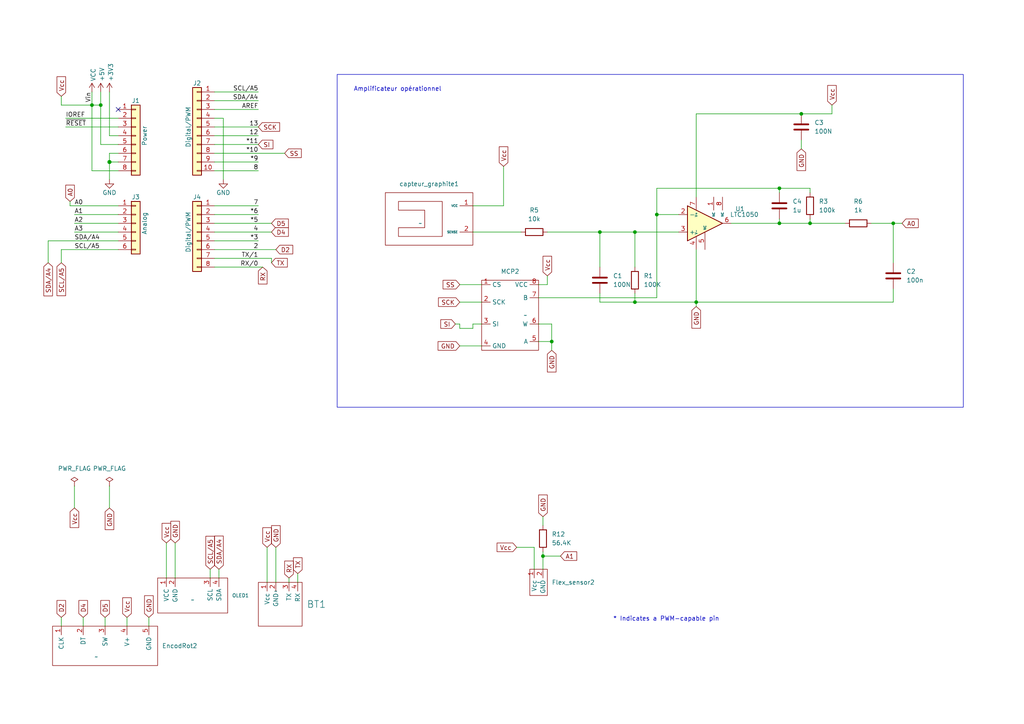
<source format=kicad_sch>
(kicad_sch (version 20230121) (generator eeschema)

  (uuid e63e39d7-6ac0-4ffd-8aa3-1841a4541b55)

  (paper "A4")

  (title_block
    (date "mar. 31 mars 2015")
  )

  (lib_symbols
    (symbol "Amplifier_Operational:LTC6228xS6" (in_bom yes) (on_board yes)
      (property "Reference" "U1" (at 10.16 4.1909 0)
        (effects (font (size 1.27 1.27)))
      )
      (property "Value" "LTC1050" (at 11.43 2.54 0)
        (effects (font (size 1.27 1.27)))
      )
      (property "Footprint" "Library_empreinte_graphite:LTC1050" (at 0 -15.24 0)
        (effects (font (size 1.27 1.27)) hide)
      )
      (property "Datasheet" "" (at 2.54 -5.08 0)
        (effects (font (size 1.27 1.27)) hide)
      )
      (property "ki_keywords" "single opamp" (at 0 0 0)
        (effects (font (size 1.27 1.27)) hide)
      )
      (property "ki_description" "Low Distortion Rail-to-Rail Output Op Amp with Shutdown, TSOT-23-6" (at 0 0 0)
        (effects (font (size 1.27 1.27)) hide)
      )
      (property "ki_fp_filters" "TSOT?23*" (at 0 0 0)
        (effects (font (size 1.27 1.27)) hide)
      )
      (symbol "LTC6228xS6_0_1"
        (polyline
          (pts
            (xy 5.08 0)
            (xy -5.08 5.08)
            (xy -5.08 -5.08)
            (xy 5.08 0)
          )
          (stroke (width 0.254) (type default))
          (fill (type background))
        )
      )
      (symbol "LTC6228xS6_1_1"
        (pin power_in line (at 2.54 7.62 270) (length 3.81)
          (name "NC" (effects (font (size 0.635 0.635))))
          (number "1" (effects (font (size 1.27 1.27))))
        )
        (pin input line (at -7.62 2.54 0) (length 2.54)
          (name "-" (effects (font (size 1.27 1.27))))
          (number "2" (effects (font (size 1.27 1.27))))
        )
        (pin input line (at -7.62 -2.54 0) (length 2.54)
          (name "+" (effects (font (size 1.27 1.27))))
          (number "3" (effects (font (size 1.27 1.27))))
        )
        (pin power_in line (at -2.54 -7.62 90) (length 3.81)
          (name "V-" (effects (font (size 0.635 0.635))))
          (number "4" (effects (font (size 1.27 1.27))))
        )
        (pin input line (at 0 -7.62 90) (length 5.08)
          (name "NC" (effects (font (size 0.635 0.635))))
          (number "5" (effects (font (size 1.27 1.27))))
        )
        (pin output line (at 7.62 0 180) (length 2.54)
          (name "~" (effects (font (size 1.27 1.27))))
          (number "6" (effects (font (size 1.27 1.27))))
        )
        (pin power_in line (at -2.54 7.62 270) (length 3.81)
          (name "V+" (effects (font (size 0.635 0.635))))
          (number "7" (effects (font (size 1.27 1.27))))
        )
        (pin power_in line (at 5.08 7.62 270) (length 3.81)
          (name "NC" (effects (font (size 0.635 0.635))))
          (number "8" (effects (font (size 1.27 1.27))))
        )
      )
    )
    (symbol "Connector_Generic:Conn_01x06" (pin_names (offset 1.016) hide) (in_bom yes) (on_board yes)
      (property "Reference" "J" (at 0 7.62 0)
        (effects (font (size 1.27 1.27)))
      )
      (property "Value" "Conn_01x06" (at 0 -10.16 0)
        (effects (font (size 1.27 1.27)))
      )
      (property "Footprint" "" (at 0 0 0)
        (effects (font (size 1.27 1.27)) hide)
      )
      (property "Datasheet" "~" (at 0 0 0)
        (effects (font (size 1.27 1.27)) hide)
      )
      (property "ki_keywords" "connector" (at 0 0 0)
        (effects (font (size 1.27 1.27)) hide)
      )
      (property "ki_description" "Generic connector, single row, 01x06, script generated (kicad-library-utils/schlib/autogen/connector/)" (at 0 0 0)
        (effects (font (size 1.27 1.27)) hide)
      )
      (property "ki_fp_filters" "Connector*:*_1x??_*" (at 0 0 0)
        (effects (font (size 1.27 1.27)) hide)
      )
      (symbol "Conn_01x06_1_1"
        (rectangle (start -1.27 -7.493) (end 0 -7.747)
          (stroke (width 0.1524) (type default))
          (fill (type none))
        )
        (rectangle (start -1.27 -4.953) (end 0 -5.207)
          (stroke (width 0.1524) (type default))
          (fill (type none))
        )
        (rectangle (start -1.27 -2.413) (end 0 -2.667)
          (stroke (width 0.1524) (type default))
          (fill (type none))
        )
        (rectangle (start -1.27 0.127) (end 0 -0.127)
          (stroke (width 0.1524) (type default))
          (fill (type none))
        )
        (rectangle (start -1.27 2.667) (end 0 2.413)
          (stroke (width 0.1524) (type default))
          (fill (type none))
        )
        (rectangle (start -1.27 5.207) (end 0 4.953)
          (stroke (width 0.1524) (type default))
          (fill (type none))
        )
        (rectangle (start -1.27 6.35) (end 1.27 -8.89)
          (stroke (width 0.254) (type default))
          (fill (type background))
        )
        (pin passive line (at -5.08 5.08 0) (length 3.81)
          (name "Pin_1" (effects (font (size 1.27 1.27))))
          (number "1" (effects (font (size 1.27 1.27))))
        )
        (pin passive line (at -5.08 2.54 0) (length 3.81)
          (name "Pin_2" (effects (font (size 1.27 1.27))))
          (number "2" (effects (font (size 1.27 1.27))))
        )
        (pin passive line (at -5.08 0 0) (length 3.81)
          (name "Pin_3" (effects (font (size 1.27 1.27))))
          (number "3" (effects (font (size 1.27 1.27))))
        )
        (pin passive line (at -5.08 -2.54 0) (length 3.81)
          (name "Pin_4" (effects (font (size 1.27 1.27))))
          (number "4" (effects (font (size 1.27 1.27))))
        )
        (pin passive line (at -5.08 -5.08 0) (length 3.81)
          (name "Pin_5" (effects (font (size 1.27 1.27))))
          (number "5" (effects (font (size 1.27 1.27))))
        )
        (pin passive line (at -5.08 -7.62 0) (length 3.81)
          (name "Pin_6" (effects (font (size 1.27 1.27))))
          (number "6" (effects (font (size 1.27 1.27))))
        )
      )
    )
    (symbol "Connector_Generic:Conn_01x08" (pin_names (offset 1.016) hide) (in_bom yes) (on_board yes)
      (property "Reference" "J" (at 0 10.16 0)
        (effects (font (size 1.27 1.27)))
      )
      (property "Value" "Conn_01x08" (at 0 -12.7 0)
        (effects (font (size 1.27 1.27)))
      )
      (property "Footprint" "" (at 0 0 0)
        (effects (font (size 1.27 1.27)) hide)
      )
      (property "Datasheet" "~" (at 0 0 0)
        (effects (font (size 1.27 1.27)) hide)
      )
      (property "ki_keywords" "connector" (at 0 0 0)
        (effects (font (size 1.27 1.27)) hide)
      )
      (property "ki_description" "Generic connector, single row, 01x08, script generated (kicad-library-utils/schlib/autogen/connector/)" (at 0 0 0)
        (effects (font (size 1.27 1.27)) hide)
      )
      (property "ki_fp_filters" "Connector*:*_1x??_*" (at 0 0 0)
        (effects (font (size 1.27 1.27)) hide)
      )
      (symbol "Conn_01x08_1_1"
        (rectangle (start -1.27 -10.033) (end 0 -10.287)
          (stroke (width 0.1524) (type default))
          (fill (type none))
        )
        (rectangle (start -1.27 -7.493) (end 0 -7.747)
          (stroke (width 0.1524) (type default))
          (fill (type none))
        )
        (rectangle (start -1.27 -4.953) (end 0 -5.207)
          (stroke (width 0.1524) (type default))
          (fill (type none))
        )
        (rectangle (start -1.27 -2.413) (end 0 -2.667)
          (stroke (width 0.1524) (type default))
          (fill (type none))
        )
        (rectangle (start -1.27 0.127) (end 0 -0.127)
          (stroke (width 0.1524) (type default))
          (fill (type none))
        )
        (rectangle (start -1.27 2.667) (end 0 2.413)
          (stroke (width 0.1524) (type default))
          (fill (type none))
        )
        (rectangle (start -1.27 5.207) (end 0 4.953)
          (stroke (width 0.1524) (type default))
          (fill (type none))
        )
        (rectangle (start -1.27 7.747) (end 0 7.493)
          (stroke (width 0.1524) (type default))
          (fill (type none))
        )
        (rectangle (start -1.27 8.89) (end 1.27 -11.43)
          (stroke (width 0.254) (type default))
          (fill (type background))
        )
        (pin passive line (at -5.08 7.62 0) (length 3.81)
          (name "Pin_1" (effects (font (size 1.27 1.27))))
          (number "1" (effects (font (size 1.27 1.27))))
        )
        (pin passive line (at -5.08 5.08 0) (length 3.81)
          (name "Pin_2" (effects (font (size 1.27 1.27))))
          (number "2" (effects (font (size 1.27 1.27))))
        )
        (pin passive line (at -5.08 2.54 0) (length 3.81)
          (name "Pin_3" (effects (font (size 1.27 1.27))))
          (number "3" (effects (font (size 1.27 1.27))))
        )
        (pin passive line (at -5.08 0 0) (length 3.81)
          (name "Pin_4" (effects (font (size 1.27 1.27))))
          (number "4" (effects (font (size 1.27 1.27))))
        )
        (pin passive line (at -5.08 -2.54 0) (length 3.81)
          (name "Pin_5" (effects (font (size 1.27 1.27))))
          (number "5" (effects (font (size 1.27 1.27))))
        )
        (pin passive line (at -5.08 -5.08 0) (length 3.81)
          (name "Pin_6" (effects (font (size 1.27 1.27))))
          (number "6" (effects (font (size 1.27 1.27))))
        )
        (pin passive line (at -5.08 -7.62 0) (length 3.81)
          (name "Pin_7" (effects (font (size 1.27 1.27))))
          (number "7" (effects (font (size 1.27 1.27))))
        )
        (pin passive line (at -5.08 -10.16 0) (length 3.81)
          (name "Pin_8" (effects (font (size 1.27 1.27))))
          (number "8" (effects (font (size 1.27 1.27))))
        )
      )
    )
    (symbol "Connector_Generic:Conn_01x10" (pin_names (offset 1.016) hide) (in_bom yes) (on_board yes)
      (property "Reference" "J" (at 0 12.7 0)
        (effects (font (size 1.27 1.27)))
      )
      (property "Value" "Conn_01x10" (at 0 -15.24 0)
        (effects (font (size 1.27 1.27)))
      )
      (property "Footprint" "" (at 0 0 0)
        (effects (font (size 1.27 1.27)) hide)
      )
      (property "Datasheet" "~" (at 0 0 0)
        (effects (font (size 1.27 1.27)) hide)
      )
      (property "ki_keywords" "connector" (at 0 0 0)
        (effects (font (size 1.27 1.27)) hide)
      )
      (property "ki_description" "Generic connector, single row, 01x10, script generated (kicad-library-utils/schlib/autogen/connector/)" (at 0 0 0)
        (effects (font (size 1.27 1.27)) hide)
      )
      (property "ki_fp_filters" "Connector*:*_1x??_*" (at 0 0 0)
        (effects (font (size 1.27 1.27)) hide)
      )
      (symbol "Conn_01x10_1_1"
        (rectangle (start -1.27 -12.573) (end 0 -12.827)
          (stroke (width 0.1524) (type default))
          (fill (type none))
        )
        (rectangle (start -1.27 -10.033) (end 0 -10.287)
          (stroke (width 0.1524) (type default))
          (fill (type none))
        )
        (rectangle (start -1.27 -7.493) (end 0 -7.747)
          (stroke (width 0.1524) (type default))
          (fill (type none))
        )
        (rectangle (start -1.27 -4.953) (end 0 -5.207)
          (stroke (width 0.1524) (type default))
          (fill (type none))
        )
        (rectangle (start -1.27 -2.413) (end 0 -2.667)
          (stroke (width 0.1524) (type default))
          (fill (type none))
        )
        (rectangle (start -1.27 0.127) (end 0 -0.127)
          (stroke (width 0.1524) (type default))
          (fill (type none))
        )
        (rectangle (start -1.27 2.667) (end 0 2.413)
          (stroke (width 0.1524) (type default))
          (fill (type none))
        )
        (rectangle (start -1.27 5.207) (end 0 4.953)
          (stroke (width 0.1524) (type default))
          (fill (type none))
        )
        (rectangle (start -1.27 7.747) (end 0 7.493)
          (stroke (width 0.1524) (type default))
          (fill (type none))
        )
        (rectangle (start -1.27 10.287) (end 0 10.033)
          (stroke (width 0.1524) (type default))
          (fill (type none))
        )
        (rectangle (start -1.27 11.43) (end 1.27 -13.97)
          (stroke (width 0.254) (type default))
          (fill (type background))
        )
        (pin passive line (at -5.08 10.16 0) (length 3.81)
          (name "Pin_1" (effects (font (size 1.27 1.27))))
          (number "1" (effects (font (size 1.27 1.27))))
        )
        (pin passive line (at -5.08 -12.7 0) (length 3.81)
          (name "Pin_10" (effects (font (size 1.27 1.27))))
          (number "10" (effects (font (size 1.27 1.27))))
        )
        (pin passive line (at -5.08 7.62 0) (length 3.81)
          (name "Pin_2" (effects (font (size 1.27 1.27))))
          (number "2" (effects (font (size 1.27 1.27))))
        )
        (pin passive line (at -5.08 5.08 0) (length 3.81)
          (name "Pin_3" (effects (font (size 1.27 1.27))))
          (number "3" (effects (font (size 1.27 1.27))))
        )
        (pin passive line (at -5.08 2.54 0) (length 3.81)
          (name "Pin_4" (effects (font (size 1.27 1.27))))
          (number "4" (effects (font (size 1.27 1.27))))
        )
        (pin passive line (at -5.08 0 0) (length 3.81)
          (name "Pin_5" (effects (font (size 1.27 1.27))))
          (number "5" (effects (font (size 1.27 1.27))))
        )
        (pin passive line (at -5.08 -2.54 0) (length 3.81)
          (name "Pin_6" (effects (font (size 1.27 1.27))))
          (number "6" (effects (font (size 1.27 1.27))))
        )
        (pin passive line (at -5.08 -5.08 0) (length 3.81)
          (name "Pin_7" (effects (font (size 1.27 1.27))))
          (number "7" (effects (font (size 1.27 1.27))))
        )
        (pin passive line (at -5.08 -7.62 0) (length 3.81)
          (name "Pin_8" (effects (font (size 1.27 1.27))))
          (number "8" (effects (font (size 1.27 1.27))))
        )
        (pin passive line (at -5.08 -10.16 0) (length 3.81)
          (name "Pin_9" (effects (font (size 1.27 1.27))))
          (number "9" (effects (font (size 1.27 1.27))))
        )
      )
    )
    (symbol "Device:C" (pin_numbers hide) (pin_names (offset 0.254)) (in_bom yes) (on_board yes)
      (property "Reference" "C" (at 0.635 2.54 0)
        (effects (font (size 1.27 1.27)) (justify left))
      )
      (property "Value" "C" (at 0.635 -2.54 0)
        (effects (font (size 1.27 1.27)) (justify left))
      )
      (property "Footprint" "" (at 0.9652 -3.81 0)
        (effects (font (size 1.27 1.27)) hide)
      )
      (property "Datasheet" "~" (at 0 0 0)
        (effects (font (size 1.27 1.27)) hide)
      )
      (property "ki_keywords" "cap capacitor" (at 0 0 0)
        (effects (font (size 1.27 1.27)) hide)
      )
      (property "ki_description" "Unpolarized capacitor" (at 0 0 0)
        (effects (font (size 1.27 1.27)) hide)
      )
      (property "ki_fp_filters" "C_*" (at 0 0 0)
        (effects (font (size 1.27 1.27)) hide)
      )
      (symbol "C_0_1"
        (polyline
          (pts
            (xy -2.032 -0.762)
            (xy 2.032 -0.762)
          )
          (stroke (width 0.508) (type default))
          (fill (type none))
        )
        (polyline
          (pts
            (xy -2.032 0.762)
            (xy 2.032 0.762)
          )
          (stroke (width 0.508) (type default))
          (fill (type none))
        )
      )
      (symbol "C_1_1"
        (pin passive line (at 0 3.81 270) (length 2.794)
          (name "~" (effects (font (size 1.27 1.27))))
          (number "1" (effects (font (size 1.27 1.27))))
        )
        (pin passive line (at 0 -3.81 90) (length 2.794)
          (name "~" (effects (font (size 1.27 1.27))))
          (number "2" (effects (font (size 1.27 1.27))))
        )
      )
    )
    (symbol "Device:R" (pin_numbers hide) (pin_names (offset 0)) (in_bom yes) (on_board yes)
      (property "Reference" "R" (at 2.032 0 90)
        (effects (font (size 1.27 1.27)))
      )
      (property "Value" "R" (at 0 0 90)
        (effects (font (size 1.27 1.27)))
      )
      (property "Footprint" "" (at -1.778 0 90)
        (effects (font (size 1.27 1.27)) hide)
      )
      (property "Datasheet" "~" (at 0 0 0)
        (effects (font (size 1.27 1.27)) hide)
      )
      (property "ki_keywords" "R res resistor" (at 0 0 0)
        (effects (font (size 1.27 1.27)) hide)
      )
      (property "ki_description" "Resistor" (at 0 0 0)
        (effects (font (size 1.27 1.27)) hide)
      )
      (property "ki_fp_filters" "R_*" (at 0 0 0)
        (effects (font (size 1.27 1.27)) hide)
      )
      (symbol "R_0_1"
        (rectangle (start -1.016 -2.54) (end 1.016 2.54)
          (stroke (width 0.254) (type default))
          (fill (type none))
        )
      )
      (symbol "R_1_1"
        (pin passive line (at 0 3.81 270) (length 1.27)
          (name "~" (effects (font (size 1.27 1.27))))
          (number "1" (effects (font (size 1.27 1.27))))
        )
        (pin passive line (at 0 -3.81 90) (length 1.27)
          (name "~" (effects (font (size 1.27 1.27))))
          (number "2" (effects (font (size 1.27 1.27))))
        )
      )
    )
    (symbol "Flex_sensor_1" (in_bom yes) (on_board yes)
      (property "Reference" "Flex_sensor" (at 0 -5.08 0)
        (effects (font (size 1.27 1.27)))
      )
      (property "Value" "" (at 0 0 0)
        (effects (font (size 1.27 1.27)))
      )
      (property "Footprint" "" (at 0 0 0)
        (effects (font (size 1.27 1.27)) hide)
      )
      (property "Datasheet" "" (at 0 0 0)
        (effects (font (size 1.27 1.27)) hide)
      )
      (symbol "Flex_sensor_1_0_1"
        (rectangle (start -2.54 3.81) (end 2.54 -3.81)
          (stroke (width 0) (type default))
          (fill (type none))
        )
      )
      (symbol "Flex_sensor_1_1_1"
        (pin passive line (at -1.27 3.81 270) (length 2.54)
          (name "Vcc" (effects (font (size 1.27 1.27))))
          (number "1" (effects (font (size 1.27 1.27))))
        )
        (pin passive line (at 1.27 3.81 270) (length 2.54)
          (name "GND" (effects (font (size 1.27 1.27))))
          (number "2" (effects (font (size 1.27 1.27))))
        )
      )
    )
    (symbol "Library_Graphite:Bluetooth" (in_bom yes) (on_board yes)
      (property "Reference" "BT" (at 1.27 -6.35 0)
        (effects (font (size 2 2)))
      )
      (property "Value" "" (at 0 0 0)
        (effects (font (size 1.27 1.27)))
      )
      (property "Footprint" "" (at 0 0 0)
        (effects (font (size 1.27 1.27)) hide)
      )
      (property "Datasheet" "" (at 0 0 0)
        (effects (font (size 1.27 1.27)) hide)
      )
      (symbol "Bluetooth_0_1"
        (polyline
          (pts
            (xy 7.62 2.54)
            (xy -5.08 2.54)
            (xy -5.08 -10.16)
            (xy 7.62 -10.16)
            (xy 7.62 2.54)
          )
          (stroke (width 0) (type default))
          (fill (type none))
        )
      )
      (symbol "Bluetooth_1_1"
        (polyline
          (pts
            (xy 1.27 -1.27)
            (xy 1.27 -1.27)
          )
          (stroke (width 0) (type default))
          (fill (type none))
        )
        (pin passive line (at -2.54 2.54 270) (length 2.54)
          (name "Vcc" (effects (font (size 1.27 1.27))))
          (number "1" (effects (font (size 1.27 1.27))))
        )
        (pin passive line (at 0 2.54 270) (length 2.54)
          (name "GND" (effects (font (size 1.27 1.27))))
          (number "2" (effects (font (size 1.27 1.27))))
        )
        (pin passive line (at 3.81 2.54 270) (length 2.54)
          (name "TX" (effects (font (size 1.27 1.27))))
          (number "3" (effects (font (size 1.27 1.27))))
        )
        (pin passive line (at 6.35 2.54 270) (length 2.54)
          (name "RX" (effects (font (size 1.27 1.27))))
          (number "4" (effects (font (size 1.27 1.27))))
        )
      )
    )
    (symbol "Library_Graphite:Capteur_graphite" (in_bom yes) (on_board yes)
      (property "Reference" "capteur_graphite" (at 2.54 -5.08 0)
        (effects (font (size 1.27 1.27)))
      )
      (property "Value" "" (at 0 0 0)
        (effects (font (size 1.27 1.27)))
      )
      (property "Footprint" "" (at 0 0 0)
        (effects (font (size 1.27 1.27)) hide)
      )
      (property "Datasheet" "" (at 0 0 0)
        (effects (font (size 1.27 1.27)) hide)
      )
      (symbol "Capteur_graphite_0_1"
        (rectangle (start -10.16 8.89) (end 15.24 -6.35)
          (stroke (width 0) (type default))
          (fill (type none))
        )
        (polyline
          (pts
            (xy -6.35 -3.81)
            (xy 6.35 -3.81)
            (xy 6.35 6.35)
            (xy -6.35 6.35)
            (xy -6.35 3.81)
            (xy 1.27 3.81)
            (xy 1.27 -1.27)
            (xy -6.35 -1.27)
            (xy -6.35 -3.81)
          )
          (stroke (width 0) (type default))
          (fill (type none))
        )
      )
      (symbol "Capteur_graphite_1_1"
        (pin power_in line (at 15.24 5.08 180) (length 3.81)
          (name "VCC" (effects (font (size 0.635 0.635))))
          (number "1" (effects (font (size 1.27 1.27))))
        )
        (pin passive line (at 15.24 -2.54 180) (length 3.81)
          (name "SENSE" (effects (font (size 0.635 0.635))))
          (number "2" (effects (font (size 1.27 1.27))))
        )
      )
    )
    (symbol "Library_Graphite:Encodeur_Rotatoire" (in_bom yes) (on_board yes)
      (property "Reference" "EncodRot" (at 0 0 0)
        (effects (font (size 1.27 1.27)))
      )
      (property "Value" "" (at 0 0 0)
        (effects (font (size 1.27 1.27)))
      )
      (property "Footprint" "" (at 0 0 0)
        (effects (font (size 1.27 1.27)) hide)
      )
      (property "Datasheet" "" (at 0 0 0)
        (effects (font (size 1.27 1.27)) hide)
      )
      (symbol "Encodeur_Rotatoire_0_1"
        (rectangle (start -12.7 8.89) (end 17.78 -2.54)
          (stroke (width 0) (type default))
          (fill (type none))
        )
      )
      (symbol "Encodeur_Rotatoire_1_1"
        (pin passive line (at -10.16 8.89 270) (length 2.54)
          (name "CLK" (effects (font (size 1.27 1.27))))
          (number "1" (effects (font (size 1.27 1.27))))
        )
        (pin passive line (at -3.81 8.89 270) (length 2.54)
          (name "DT" (effects (font (size 1.27 1.27))))
          (number "2" (effects (font (size 1.27 1.27))))
        )
        (pin passive line (at 2.54 8.89 270) (length 2.54)
          (name "SW" (effects (font (size 1.27 1.27))))
          (number "3" (effects (font (size 1.27 1.27))))
        )
        (pin passive line (at 8.89 8.89 270) (length 2.54)
          (name "V+" (effects (font (size 1.27 1.27))))
          (number "4" (effects (font (size 1.27 1.27))))
        )
        (pin passive line (at 15.24 8.89 270) (length 2.54)
          (name "GND" (effects (font (size 1.27 1.27))))
          (number "5" (effects (font (size 1.27 1.27))))
        )
      )
    )
    (symbol "Library_Graphite:OLED" (in_bom yes) (on_board yes)
      (property "Reference" "OLED" (at 0 0 0)
        (effects (font (size 1 1)))
      )
      (property "Value" "" (at 0 0 0)
        (effects (font (size 1.27 1.27)))
      )
      (property "Footprint" "" (at 0 0 0)
        (effects (font (size 1.27 1.27)) hide)
      )
      (property "Datasheet" "" (at 0 0 0)
        (effects (font (size 1.27 1.27)) hide)
      )
      (symbol "OLED_0_1"
        (rectangle (start -10.16 6.35) (end 10.16 -3.81)
          (stroke (width 0) (type default))
          (fill (type none))
        )
      )
      (symbol "OLED_1_1"
        (pin passive line (at -7.62 6.35 270) (length 2.54)
          (name "VCC" (effects (font (size 1.27 1.27))))
          (number "1" (effects (font (size 1.27 1.27))))
        )
        (pin passive line (at -5.08 6.35 270) (length 2.54)
          (name "GND" (effects (font (size 1.27 1.27))))
          (number "2" (effects (font (size 1.27 1.27))))
        )
        (pin passive line (at 5.08 6.35 270) (length 2.54)
          (name "SCL" (effects (font (size 1.27 1.27))))
          (number "3" (effects (font (size 1.27 1.27))))
        )
        (pin passive line (at 7.62 6.35 270) (length 2.54)
          (name "SDA" (effects (font (size 1.27 1.27))))
          (number "4" (effects (font (size 1.27 1.27))))
        )
      )
    )
    (symbol "MCP41050_1" (in_bom yes) (on_board yes)
      (property "Reference" "MCP" (at 0 0 0)
        (effects (font (size 1.27 1.27)))
      )
      (property "Value" "" (at 0 0 0)
        (effects (font (size 1.27 1.27)))
      )
      (property "Footprint" "" (at 0 0 0)
        (effects (font (size 1.27 1.27)) hide)
      )
      (property "Datasheet" "" (at 0 0 0)
        (effects (font (size 1.27 1.27)) hide)
      )
      (symbol "MCP41050_1_0_1"
        (rectangle (start -12.7 10.16) (end 3.81 -10.16)
          (stroke (width 0) (type default))
          (fill (type none))
        )
      )
      (symbol "MCP41050_1_1_1"
        (pin passive line (at -12.7 8.89 0) (length 2.54)
          (name "CS" (effects (font (size 1.27 1.27))))
          (number "1" (effects (font (size 1.27 1.27))))
        )
        (pin passive line (at -12.7 3.81 0) (length 2.54)
          (name "SCK" (effects (font (size 1.27 1.27))))
          (number "2" (effects (font (size 1.27 1.27))))
        )
        (pin passive line (at -12.7 -2.54 0) (length 2.54)
          (name "SI" (effects (font (size 1.27 1.27))))
          (number "3" (effects (font (size 1.27 1.27))))
        )
        (pin passive line (at -12.7 -8.89 0) (length 2.54)
          (name "GND" (effects (font (size 1.27 1.27))))
          (number "4" (effects (font (size 1.27 1.27))))
        )
        (pin passive line (at 3.81 -7.62 180) (length 2.54)
          (name "A" (effects (font (size 1.27 1.27))))
          (number "5" (effects (font (size 1.27 1.27))))
        )
        (pin passive line (at 3.81 -2.54 180) (length 2.54)
          (name "W" (effects (font (size 1.27 1.27))))
          (number "6" (effects (font (size 1.27 1.27))))
        )
        (pin passive line (at 3.81 5.08 180) (length 2.54)
          (name "B" (effects (font (size 1.27 1.27))))
          (number "7" (effects (font (size 1.27 1.27))))
        )
        (pin passive line (at 3.81 8.89 180) (length 2.54)
          (name "VCC" (effects (font (size 1.27 1.27))))
          (number "8" (effects (font (size 1.27 1.27))))
        )
      )
    )
    (symbol "power:+3V3" (power) (pin_names (offset 0)) (in_bom yes) (on_board yes)
      (property "Reference" "#PWR" (at 0 -3.81 0)
        (effects (font (size 1.27 1.27)) hide)
      )
      (property "Value" "+3V3" (at 0 3.556 0)
        (effects (font (size 1.27 1.27)))
      )
      (property "Footprint" "" (at 0 0 0)
        (effects (font (size 1.27 1.27)) hide)
      )
      (property "Datasheet" "" (at 0 0 0)
        (effects (font (size 1.27 1.27)) hide)
      )
      (property "ki_keywords" "power-flag" (at 0 0 0)
        (effects (font (size 1.27 1.27)) hide)
      )
      (property "ki_description" "Power symbol creates a global label with name \"+3V3\"" (at 0 0 0)
        (effects (font (size 1.27 1.27)) hide)
      )
      (symbol "+3V3_0_1"
        (polyline
          (pts
            (xy -0.762 1.27)
            (xy 0 2.54)
          )
          (stroke (width 0) (type default))
          (fill (type none))
        )
        (polyline
          (pts
            (xy 0 0)
            (xy 0 2.54)
          )
          (stroke (width 0) (type default))
          (fill (type none))
        )
        (polyline
          (pts
            (xy 0 2.54)
            (xy 0.762 1.27)
          )
          (stroke (width 0) (type default))
          (fill (type none))
        )
      )
      (symbol "+3V3_1_1"
        (pin power_in line (at 0 0 90) (length 0) hide
          (name "+3V3" (effects (font (size 1.27 1.27))))
          (number "1" (effects (font (size 1.27 1.27))))
        )
      )
    )
    (symbol "power:+5V" (power) (pin_names (offset 0)) (in_bom yes) (on_board yes)
      (property "Reference" "#PWR" (at 0 -3.81 0)
        (effects (font (size 1.27 1.27)) hide)
      )
      (property "Value" "+5V" (at 0 3.556 0)
        (effects (font (size 1.27 1.27)))
      )
      (property "Footprint" "" (at 0 0 0)
        (effects (font (size 1.27 1.27)) hide)
      )
      (property "Datasheet" "" (at 0 0 0)
        (effects (font (size 1.27 1.27)) hide)
      )
      (property "ki_keywords" "power-flag" (at 0 0 0)
        (effects (font (size 1.27 1.27)) hide)
      )
      (property "ki_description" "Power symbol creates a global label with name \"+5V\"" (at 0 0 0)
        (effects (font (size 1.27 1.27)) hide)
      )
      (symbol "+5V_0_1"
        (polyline
          (pts
            (xy -0.762 1.27)
            (xy 0 2.54)
          )
          (stroke (width 0) (type default))
          (fill (type none))
        )
        (polyline
          (pts
            (xy 0 0)
            (xy 0 2.54)
          )
          (stroke (width 0) (type default))
          (fill (type none))
        )
        (polyline
          (pts
            (xy 0 2.54)
            (xy 0.762 1.27)
          )
          (stroke (width 0) (type default))
          (fill (type none))
        )
      )
      (symbol "+5V_1_1"
        (pin power_in line (at 0 0 90) (length 0) hide
          (name "+5V" (effects (font (size 1.27 1.27))))
          (number "1" (effects (font (size 1.27 1.27))))
        )
      )
    )
    (symbol "power:GND" (power) (pin_names (offset 0)) (in_bom yes) (on_board yes)
      (property "Reference" "#PWR" (at 0 -6.35 0)
        (effects (font (size 1.27 1.27)) hide)
      )
      (property "Value" "GND" (at 0 -3.81 0)
        (effects (font (size 1.27 1.27)))
      )
      (property "Footprint" "" (at 0 0 0)
        (effects (font (size 1.27 1.27)) hide)
      )
      (property "Datasheet" "" (at 0 0 0)
        (effects (font (size 1.27 1.27)) hide)
      )
      (property "ki_keywords" "power-flag" (at 0 0 0)
        (effects (font (size 1.27 1.27)) hide)
      )
      (property "ki_description" "Power symbol creates a global label with name \"GND\" , ground" (at 0 0 0)
        (effects (font (size 1.27 1.27)) hide)
      )
      (symbol "GND_0_1"
        (polyline
          (pts
            (xy 0 0)
            (xy 0 -1.27)
            (xy 1.27 -1.27)
            (xy 0 -2.54)
            (xy -1.27 -1.27)
            (xy 0 -1.27)
          )
          (stroke (width 0) (type default))
          (fill (type none))
        )
      )
      (symbol "GND_1_1"
        (pin power_in line (at 0 0 270) (length 0) hide
          (name "GND" (effects (font (size 1.27 1.27))))
          (number "1" (effects (font (size 1.27 1.27))))
        )
      )
    )
    (symbol "power:PWR_FLAG" (power) (pin_numbers hide) (pin_names (offset 0) hide) (in_bom yes) (on_board yes)
      (property "Reference" "#FLG" (at 0 1.905 0)
        (effects (font (size 1.27 1.27)) hide)
      )
      (property "Value" "PWR_FLAG" (at 0 3.81 0)
        (effects (font (size 1.27 1.27)))
      )
      (property "Footprint" "" (at 0 0 0)
        (effects (font (size 1.27 1.27)) hide)
      )
      (property "Datasheet" "~" (at 0 0 0)
        (effects (font (size 1.27 1.27)) hide)
      )
      (property "ki_keywords" "flag power" (at 0 0 0)
        (effects (font (size 1.27 1.27)) hide)
      )
      (property "ki_description" "Special symbol for telling ERC where power comes from" (at 0 0 0)
        (effects (font (size 1.27 1.27)) hide)
      )
      (symbol "PWR_FLAG_0_0"
        (pin power_out line (at 0 0 90) (length 0)
          (name "pwr" (effects (font (size 1.27 1.27))))
          (number "1" (effects (font (size 1.27 1.27))))
        )
      )
      (symbol "PWR_FLAG_0_1"
        (polyline
          (pts
            (xy 0 0)
            (xy 0 1.27)
            (xy -1.016 1.905)
            (xy 0 2.54)
            (xy 1.016 1.905)
            (xy 0 1.27)
          )
          (stroke (width 0) (type default))
          (fill (type none))
        )
      )
    )
    (symbol "power:VCC" (power) (pin_names (offset 0)) (in_bom yes) (on_board yes)
      (property "Reference" "#PWR" (at 0 -3.81 0)
        (effects (font (size 1.27 1.27)) hide)
      )
      (property "Value" "VCC" (at 0 3.81 0)
        (effects (font (size 1.27 1.27)))
      )
      (property "Footprint" "" (at 0 0 0)
        (effects (font (size 1.27 1.27)) hide)
      )
      (property "Datasheet" "" (at 0 0 0)
        (effects (font (size 1.27 1.27)) hide)
      )
      (property "ki_keywords" "power-flag" (at 0 0 0)
        (effects (font (size 1.27 1.27)) hide)
      )
      (property "ki_description" "Power symbol creates a global label with name \"VCC\"" (at 0 0 0)
        (effects (font (size 1.27 1.27)) hide)
      )
      (symbol "VCC_0_1"
        (polyline
          (pts
            (xy -0.762 1.27)
            (xy 0 2.54)
          )
          (stroke (width 0) (type default))
          (fill (type none))
        )
        (polyline
          (pts
            (xy 0 0)
            (xy 0 2.54)
          )
          (stroke (width 0) (type default))
          (fill (type none))
        )
        (polyline
          (pts
            (xy 0 2.54)
            (xy 0.762 1.27)
          )
          (stroke (width 0) (type default))
          (fill (type none))
        )
      )
      (symbol "VCC_1_1"
        (pin power_in line (at 0 0 90) (length 0) hide
          (name "VCC" (effects (font (size 1.27 1.27))))
          (number "1" (effects (font (size 1.27 1.27))))
        )
      )
    )
  )

  (junction (at 234.95 64.77) (diameter 0) (color 0 0 0 0)
    (uuid 155d52a0-db8d-4085-86e2-1cff13e435c3)
  )
  (junction (at 160.02 99.06) (diameter 0) (color 0 0 0 0)
    (uuid 18639905-5aa4-4691-b1a6-61115ca4ea8b)
  )
  (junction (at 259.08 64.77) (diameter 0) (color 0 0 0 0)
    (uuid 2c06863c-ecc8-490c-9378-6e01d4424336)
  )
  (junction (at 31.75 46.99) (diameter 1.016) (color 0 0 0 0)
    (uuid 3dcc657b-55a1-48e0-9667-e01e7b6b08b5)
  )
  (junction (at 232.41 33.02) (diameter 0) (color 0 0 0 0)
    (uuid 5235d4aa-ecc6-48f3-979b-4637519e121f)
  )
  (junction (at 157.48 161.29) (diameter 0) (color 0 0 0 0)
    (uuid 5ac95b0f-927e-443b-8b5d-a3f287c03085)
  )
  (junction (at 190.5 62.23) (diameter 0) (color 0 0 0 0)
    (uuid 6a43e4b0-956c-4627-9b10-ce504eeed820)
  )
  (junction (at 173.99 67.31) (diameter 0) (color 0 0 0 0)
    (uuid 6e9edf3c-53e5-4aa5-9843-73a1b80955af)
  )
  (junction (at 184.15 67.31) (diameter 0) (color 0 0 0 0)
    (uuid a75ac40d-fc81-4bce-9c0d-692e989b2771)
  )
  (junction (at 26.67 30.48) (diameter 0) (color 0 0 0 0)
    (uuid b80ea390-95c9-4316-8b62-c56ae75d1246)
  )
  (junction (at 184.15 87.63) (diameter 0) (color 0 0 0 0)
    (uuid baf747c1-d7dd-4049-a540-7c95d595e45d)
  )
  (junction (at 201.93 87.63) (diameter 0) (color 0 0 0 0)
    (uuid c39670d4-e628-4a35-a9af-f244a3ede7a8)
  )
  (junction (at 226.06 64.77) (diameter 0) (color 0 0 0 0)
    (uuid e61a72ce-d67d-4cb4-befe-f494f19b13d5)
  )
  (junction (at 226.06 54.61) (diameter 0) (color 0 0 0 0)
    (uuid f22e684d-4a97-4d04-9f2a-7e2b6cea3e9c)
  )
  (junction (at 29.21 30.48) (diameter 0) (color 0 0 0 0)
    (uuid f6ded8c5-c963-4142-94d1-faff476f1c33)
  )

  (no_connect (at 34.29 31.75) (uuid d181157c-7812-47e5-a0cf-9580c905fc86))

  (wire (pts (xy 149.86 158.75) (xy 154.94 158.75))
    (stroke (width 0) (type default))
    (uuid 0139917d-096e-47d6-8381-6c510db741f6)
  )
  (wire (pts (xy 184.15 87.63) (xy 201.93 87.63))
    (stroke (width 0) (type default))
    (uuid 0329d1ca-777b-4757-84d3-cbfb0ab1cb72)
  )
  (wire (pts (xy 80.01 158.75) (xy 80.01 168.91))
    (stroke (width 0) (type default))
    (uuid 038e4c36-c16b-4d57-a385-7d9278f4de07)
  )
  (wire (pts (xy 184.15 67.31) (xy 184.15 77.47))
    (stroke (width 0) (type default))
    (uuid 05f9b140-aa9e-4147-99b0-14865a70a583)
  )
  (wire (pts (xy 26.67 30.48) (xy 26.67 26.67))
    (stroke (width 0) (type solid))
    (uuid 061823ca-a271-40f8-993f-2727bdb55cbb)
  )
  (wire (pts (xy 62.23 26.67) (xy 74.93 26.67))
    (stroke (width 0) (type solid))
    (uuid 0f5d2189-4ead-42fa-8f7a-cfa3af4de132)
  )
  (wire (pts (xy 31.75 44.45) (xy 31.75 46.99))
    (stroke (width 0) (type solid))
    (uuid 1c31b835-925f-4a5c-92df-8f2558bb711b)
  )
  (wire (pts (xy 31.75 140.97) (xy 31.75 147.32))
    (stroke (width 0) (type default))
    (uuid 1cb91278-ae1d-400a-912f-8ddeeb9a412d)
  )
  (wire (pts (xy 259.08 87.63) (xy 201.93 87.63))
    (stroke (width 0) (type default))
    (uuid 1d4b4d82-aa57-4266-99a6-6c210acda06b)
  )
  (wire (pts (xy 21.59 140.97) (xy 21.59 147.32))
    (stroke (width 0) (type default))
    (uuid 1efac7f0-86d1-43ec-8665-a2b4b1eac6fd)
  )
  (wire (pts (xy 17.78 72.39) (xy 34.29 72.39))
    (stroke (width 0) (type solid))
    (uuid 20854542-d0b0-4be7-af02-0e5fceb34e01)
  )
  (wire (pts (xy 151.13 67.31) (xy 137.16 67.31))
    (stroke (width 0) (type default))
    (uuid 2176ad34-c322-4b05-99e5-2feff6b3c17d)
  )
  (wire (pts (xy 184.15 67.31) (xy 173.99 67.31))
    (stroke (width 0) (type default))
    (uuid 274eaed5-4a20-43ee-ac5e-3c89b8d52c40)
  )
  (wire (pts (xy 31.75 46.99) (xy 31.75 52.07))
    (stroke (width 0) (type solid))
    (uuid 2df788b2-ce68-49bc-a497-4b6570a17f30)
  )
  (wire (pts (xy 156.21 93.98) (xy 160.02 93.98))
    (stroke (width 0) (type default))
    (uuid 2e133891-3538-429e-b90c-af72e993be1c)
  )
  (wire (pts (xy 234.95 55.88) (xy 234.95 54.61))
    (stroke (width 0) (type default))
    (uuid 311f1341-86b9-43df-8eef-93b924d92376)
  )
  (wire (pts (xy 133.35 93.98) (xy 133.35 95.25))
    (stroke (width 0) (type default))
    (uuid 3324eb61-ebe7-468a-8fdf-9b82f5bc88b1)
  )
  (wire (pts (xy 31.75 39.37) (xy 34.29 39.37))
    (stroke (width 0) (type solid))
    (uuid 3334b11d-5a13-40b4-a117-d693c543e4ab)
  )
  (wire (pts (xy 43.18 179.07) (xy 43.18 181.61))
    (stroke (width 0) (type default))
    (uuid 33fafd91-f568-46c1-8aef-f24b1e621f79)
  )
  (wire (pts (xy 212.09 64.77) (xy 226.06 64.77))
    (stroke (width 0) (type default))
    (uuid 34b1ba4a-c822-4b7e-b288-9cc5877198ea)
  )
  (wire (pts (xy 29.21 41.91) (xy 34.29 41.91))
    (stroke (width 0) (type solid))
    (uuid 3661f80c-fef8-4441-83be-df8930b3b45e)
  )
  (wire (pts (xy 29.21 26.67) (xy 29.21 30.48))
    (stroke (width 0) (type solid))
    (uuid 392bf1f6-bf67-427d-8d4c-0a87cb757556)
  )
  (wire (pts (xy 157.48 161.29) (xy 162.56 161.29))
    (stroke (width 0) (type default))
    (uuid 395a0f0f-2ddc-4ad3-a15a-6c9866ca511c)
  )
  (wire (pts (xy 139.7 93.98) (xy 137.16 93.98))
    (stroke (width 0) (type default))
    (uuid 3be51357-ab85-4d0c-9bd3-4a248bb84e43)
  )
  (wire (pts (xy 36.83 179.07) (xy 36.83 181.61))
    (stroke (width 0) (type default))
    (uuid 3d1e0928-1564-47be-bdaa-16a6e251c2de)
  )
  (wire (pts (xy 156.21 86.36) (xy 190.5 86.36))
    (stroke (width 0) (type default))
    (uuid 3de68d44-b6e7-415f-8962-a6692cbb0f98)
  )
  (wire (pts (xy 62.23 36.83) (xy 74.93 36.83))
    (stroke (width 0) (type solid))
    (uuid 4227fa6f-c399-4f14-8228-23e39d2b7e7d)
  )
  (wire (pts (xy 26.67 30.48) (xy 29.21 30.48))
    (stroke (width 0) (type default))
    (uuid 42ac57b5-1b12-4e1a-963f-dbaf90aa1d72)
  )
  (wire (pts (xy 31.75 26.67) (xy 31.75 39.37))
    (stroke (width 0) (type solid))
    (uuid 442fb4de-4d55-45de-bc27-3e6222ceb890)
  )
  (wire (pts (xy 62.23 59.69) (xy 74.93 59.69))
    (stroke (width 0) (type solid))
    (uuid 4455ee2e-5642-42c1-a83b-f7e65fa0c2f1)
  )
  (wire (pts (xy 156.21 82.55) (xy 158.75 82.55))
    (stroke (width 0) (type default))
    (uuid 4469dcb0-288b-44dd-b5fe-74f69a0edd63)
  )
  (wire (pts (xy 137.16 59.69) (xy 146.05 59.69))
    (stroke (width 0) (type default))
    (uuid 4542fb7a-ee37-4a17-a4ba-c14e7fc7d2fe)
  )
  (wire (pts (xy 20.32 59.69) (xy 34.29 59.69))
    (stroke (width 0) (type solid))
    (uuid 486ca832-85f4-4989-b0f4-569faf9be534)
  )
  (wire (pts (xy 259.08 83.82) (xy 259.08 87.63))
    (stroke (width 0) (type default))
    (uuid 490093b9-1584-4c77-9662-5a4e64554524)
  )
  (wire (pts (xy 62.23 39.37) (xy 74.93 39.37))
    (stroke (width 0) (type solid))
    (uuid 4a910b57-a5cd-4105-ab4f-bde2a80d4f00)
  )
  (wire (pts (xy 132.08 93.98) (xy 133.35 93.98))
    (stroke (width 0) (type default))
    (uuid 4b0e7b17-ecc9-4155-85a8-b37e295fe8a8)
  )
  (wire (pts (xy 62.23 62.23) (xy 74.93 62.23))
    (stroke (width 0) (type solid))
    (uuid 4e60e1af-19bd-45a0-b418-b7030b594dde)
  )
  (wire (pts (xy 158.75 82.55) (xy 158.75 80.01))
    (stroke (width 0) (type default))
    (uuid 569145b3-cd16-4767-a1ea-0e5ee7c67831)
  )
  (wire (pts (xy 156.21 99.06) (xy 160.02 99.06))
    (stroke (width 0) (type default))
    (uuid 573084d9-d735-421d-9093-f2b8da208954)
  )
  (wire (pts (xy 160.02 93.98) (xy 160.02 99.06))
    (stroke (width 0) (type default))
    (uuid 5a310b03-c9aa-4c67-8c45-5405fe3b99d2)
  )
  (wire (pts (xy 133.35 82.55) (xy 139.7 82.55))
    (stroke (width 0) (type default))
    (uuid 5b76ea08-82ca-40a8-8d5e-48881746d59e)
  )
  (wire (pts (xy 160.02 99.06) (xy 160.02 101.6))
    (stroke (width 0) (type default))
    (uuid 63096774-0a1d-4531-9a5a-8ce71175aa25)
  )
  (wire (pts (xy 62.23 77.47) (xy 76.2 77.47))
    (stroke (width 0) (type default))
    (uuid 6373b3f2-969e-4a21-b9da-b890ab78e85b)
  )
  (wire (pts (xy 62.23 46.99) (xy 74.93 46.99))
    (stroke (width 0) (type solid))
    (uuid 63f2b71b-521b-4210-bf06-ed65e330fccc)
  )
  (wire (pts (xy 154.94 158.75) (xy 154.94 165.1))
    (stroke (width 0) (type default))
    (uuid 6460e261-7f5b-45ee-ab72-2e2af8b5627c)
  )
  (wire (pts (xy 62.23 67.31) (xy 78.74 67.31))
    (stroke (width 0) (type solid))
    (uuid 6bb3ea5f-9e60-4add-9d97-244be2cf61d2)
  )
  (wire (pts (xy 259.08 64.77) (xy 259.08 76.2))
    (stroke (width 0) (type default))
    (uuid 6c8df993-f02a-4c79-bb98-d371400a58a2)
  )
  (wire (pts (xy 62.23 44.45) (xy 82.55 44.45))
    (stroke (width 0) (type default))
    (uuid 6ec388aa-55c9-4663-ae35-8e4117d991a7)
  )
  (wire (pts (xy 184.15 85.09) (xy 184.15 87.63))
    (stroke (width 0) (type default))
    (uuid 6f311392-1571-403d-a482-ac094ac822d5)
  )
  (wire (pts (xy 232.41 40.64) (xy 232.41 43.18))
    (stroke (width 0) (type default))
    (uuid 70ba9793-ef84-4aea-802b-9bac370d646f)
  )
  (wire (pts (xy 19.05 34.29) (xy 34.29 34.29))
    (stroke (width 0) (type solid))
    (uuid 73d4774c-1387-4550-b580-a1cc0ac89b89)
  )
  (wire (pts (xy 158.75 67.31) (xy 173.99 67.31))
    (stroke (width 0) (type default))
    (uuid 7fd182dd-5f87-4bdb-9771-b6f33e15bc6e)
  )
  (wire (pts (xy 241.3 30.48) (xy 241.3 33.02))
    (stroke (width 0) (type default))
    (uuid 82cef8aa-3925-42da-980f-e7e53522da0f)
  )
  (wire (pts (xy 137.16 93.98) (xy 137.16 95.25))
    (stroke (width 0) (type default))
    (uuid 845c9fbd-af42-4495-8656-f066187535ae)
  )
  (wire (pts (xy 64.77 34.29) (xy 64.77 52.07))
    (stroke (width 0) (type solid))
    (uuid 84ce350c-b0c1-4e69-9ab2-f7ec7b8bb312)
  )
  (wire (pts (xy 62.23 64.77) (xy 78.74 64.77))
    (stroke (width 0) (type default))
    (uuid 84e22135-35b5-438c-b52f-7c10c1c84890)
  )
  (wire (pts (xy 226.06 63.5) (xy 226.06 64.77))
    (stroke (width 0) (type default))
    (uuid 85b0a91f-7bd4-4b11-afe0-c176608c7364)
  )
  (wire (pts (xy 157.48 161.29) (xy 157.48 165.1))
    (stroke (width 0) (type default))
    (uuid 87280263-191b-4354-b810-7449d7d5bae2)
  )
  (wire (pts (xy 234.95 54.61) (xy 226.06 54.61))
    (stroke (width 0) (type default))
    (uuid 88c086e9-48ef-4faa-9843-3c3b52e699dc)
  )
  (wire (pts (xy 201.93 57.15) (xy 201.93 33.02))
    (stroke (width 0) (type default))
    (uuid 88fe9217-5356-468f-bb65-b80513369e49)
  )
  (wire (pts (xy 173.99 85.09) (xy 173.99 87.63))
    (stroke (width 0) (type default))
    (uuid 89cdbd66-f0ea-49e7-9625-de59efece232)
  )
  (wire (pts (xy 62.23 31.75) (xy 74.93 31.75))
    (stroke (width 0) (type solid))
    (uuid 8a3d35a2-f0f6-4dec-a606-7c8e288ca828)
  )
  (wire (pts (xy 184.15 87.63) (xy 173.99 87.63))
    (stroke (width 0) (type default))
    (uuid 8caa8906-21c8-48b4-9f78-61d1982ba3b5)
  )
  (wire (pts (xy 13.97 76.2) (xy 13.97 69.85))
    (stroke (width 0) (type default))
    (uuid 8fcd9ad6-a43a-4e3b-ad06-32b213ddb74e)
  )
  (wire (pts (xy 34.29 64.77) (xy 21.59 64.77))
    (stroke (width 0) (type solid))
    (uuid 9377eb1a-3b12-438c-8ebd-f86ace1e8d25)
  )
  (wire (pts (xy 19.05 36.83) (xy 34.29 36.83))
    (stroke (width 0) (type solid))
    (uuid 93e52853-9d1e-4afe-aee8-b825ab9f5d09)
  )
  (wire (pts (xy 60.96 165.1) (xy 60.96 167.64))
    (stroke (width 0) (type default))
    (uuid 945efd54-5cca-453a-a347-fd31e82b9855)
  )
  (wire (pts (xy 48.26 157.48) (xy 48.26 167.64))
    (stroke (width 0) (type default))
    (uuid 957a5366-70b8-4ae2-ad3b-d08b0e400d01)
  )
  (wire (pts (xy 34.29 46.99) (xy 31.75 46.99))
    (stroke (width 0) (type solid))
    (uuid 97df9ac9-dbb8-472e-b84f-3684d0eb5efc)
  )
  (wire (pts (xy 50.8 157.48) (xy 50.8 167.64))
    (stroke (width 0) (type default))
    (uuid 98cb9e51-947b-47b1-911b-c8f34504c668)
  )
  (wire (pts (xy 190.5 54.61) (xy 190.5 62.23))
    (stroke (width 0) (type default))
    (uuid 9a19d648-c6b8-49a2-a0a9-d8a25561015b)
  )
  (wire (pts (xy 201.93 33.02) (xy 232.41 33.02))
    (stroke (width 0) (type default))
    (uuid a17e1e38-33b2-4a1a-855c-0dde453354b5)
  )
  (wire (pts (xy 234.95 63.5) (xy 234.95 64.77))
    (stroke (width 0) (type default))
    (uuid a20a7170-1f19-46e7-9fbf-923ff7d3c4ed)
  )
  (wire (pts (xy 34.29 49.53) (xy 26.67 49.53))
    (stroke (width 0) (type solid))
    (uuid a7518f9d-05df-4211-ba17-5d615f04ec46)
  )
  (wire (pts (xy 21.59 62.23) (xy 34.29 62.23))
    (stroke (width 0) (type solid))
    (uuid aab97e46-23d6-4cbf-8684-537b94306d68)
  )
  (wire (pts (xy 86.36 166.37) (xy 86.36 168.91))
    (stroke (width 0) (type default))
    (uuid ab9ede99-2737-466a-9e76-e007d36b0d67)
  )
  (wire (pts (xy 157.48 149.86) (xy 157.48 152.4))
    (stroke (width 0) (type default))
    (uuid acf93651-8a81-4941-ab99-62a071279d7e)
  )
  (wire (pts (xy 226.06 54.61) (xy 190.5 54.61))
    (stroke (width 0) (type default))
    (uuid aefbfdb3-c9bd-43ea-8d3c-2ef82d0ec0e6)
  )
  (wire (pts (xy 190.5 62.23) (xy 190.5 86.36))
    (stroke (width 0) (type default))
    (uuid b384f1f6-8e54-4667-a42c-ab54ee0c7a75)
  )
  (wire (pts (xy 190.5 62.23) (xy 196.85 62.23))
    (stroke (width 0) (type default))
    (uuid b38984ab-e24d-4907-966d-60066f8bc9a3)
  )
  (wire (pts (xy 63.5 165.1) (xy 63.5 167.64))
    (stroke (width 0) (type default))
    (uuid b3cd6cbd-b150-48d1-b512-d1c8316742c7)
  )
  (wire (pts (xy 252.73 64.77) (xy 259.08 64.77))
    (stroke (width 0) (type default))
    (uuid b47df409-c1b3-4ef2-8971-3e8c0fe621ee)
  )
  (wire (pts (xy 146.05 59.69) (xy 146.05 48.26))
    (stroke (width 0) (type default))
    (uuid b6962ab3-3b92-4d3a-aaf9-6f1ba8832611)
  )
  (wire (pts (xy 201.93 87.63) (xy 201.93 72.39))
    (stroke (width 0) (type default))
    (uuid bc3a42ab-4103-48e5-9d81-6e08a0bc3724)
  )
  (wire (pts (xy 62.23 34.29) (xy 64.77 34.29))
    (stroke (width 0) (type solid))
    (uuid bcbc7302-8a54-4b9b-98b9-f277f1b20941)
  )
  (wire (pts (xy 34.29 44.45) (xy 31.75 44.45))
    (stroke (width 0) (type solid))
    (uuid c12796ad-cf20-466f-9ab3-9cf441392c32)
  )
  (wire (pts (xy 157.48 160.02) (xy 157.48 161.29))
    (stroke (width 0) (type default))
    (uuid c5719453-d158-4e61-8234-1bac3d1ce946)
  )
  (wire (pts (xy 30.48 179.07) (xy 30.48 181.61))
    (stroke (width 0) (type default))
    (uuid c6722838-a4d6-42b2-9a3e-76af748b7643)
  )
  (wire (pts (xy 62.23 41.91) (xy 74.93 41.91))
    (stroke (width 0) (type solid))
    (uuid c722a1ff-12f1-49e5-88a4-44ffeb509ca2)
  )
  (wire (pts (xy 78.74 74.93) (xy 78.74 76.2))
    (stroke (width 0) (type default))
    (uuid c80e8723-5f2b-4790-9c11-bcbe539a085e)
  )
  (wire (pts (xy 77.47 158.75) (xy 77.47 168.91))
    (stroke (width 0) (type default))
    (uuid c9a22526-4f3b-4e36-89d6-aa367a274711)
  )
  (wire (pts (xy 133.35 87.63) (xy 139.7 87.63))
    (stroke (width 0) (type default))
    (uuid cabe9035-1e84-4f2f-b5bf-bab065f51494)
  )
  (wire (pts (xy 17.78 30.48) (xy 26.67 30.48))
    (stroke (width 0) (type default))
    (uuid cb8a4483-0fc1-496a-86dd-5389281bd122)
  )
  (wire (pts (xy 17.78 27.94) (xy 17.78 30.48))
    (stroke (width 0) (type default))
    (uuid cc5ca0d9-8d87-41ae-af78-7020635e8da0)
  )
  (wire (pts (xy 20.32 58.42) (xy 20.32 59.69))
    (stroke (width 0) (type default))
    (uuid ccc6e4a8-46e6-4590-a74a-44c7cbdec3ac)
  )
  (wire (pts (xy 133.35 100.33) (xy 139.7 100.33))
    (stroke (width 0) (type default))
    (uuid cd2de4c5-e75d-4c1e-aba9-e31b7ea028e4)
  )
  (wire (pts (xy 184.15 67.31) (xy 196.85 67.31))
    (stroke (width 0) (type default))
    (uuid d109fe7f-b588-4fa4-bddf-323d2c866b03)
  )
  (wire (pts (xy 21.59 67.31) (xy 34.29 67.31))
    (stroke (width 0) (type solid))
    (uuid d3042136-2605-44b2-aebb-5484a9c90933)
  )
  (wire (pts (xy 62.23 74.93) (xy 78.74 74.93))
    (stroke (width 0) (type default))
    (uuid d4d7044e-ecc1-43ba-b3e2-2cbc2fdaf9e6)
  )
  (wire (pts (xy 83.82 168.91) (xy 83.82 167.64))
    (stroke (width 0) (type default))
    (uuid d516eb2c-f95f-43ad-90c3-887e1d647791)
  )
  (wire (pts (xy 226.06 55.88) (xy 226.06 54.61))
    (stroke (width 0) (type default))
    (uuid d5eba4de-b36c-4b58-af3c-fcad64b10831)
  )
  (wire (pts (xy 62.23 72.39) (xy 80.01 72.39))
    (stroke (width 0) (type default))
    (uuid d83ce5c6-05bf-4e82-b11f-ec64a51ff328)
  )
  (wire (pts (xy 29.21 30.48) (xy 29.21 41.91))
    (stroke (width 0) (type solid))
    (uuid df5b8a6d-df00-414e-b745-a243947b7690)
  )
  (wire (pts (xy 259.08 64.77) (xy 261.62 64.77))
    (stroke (width 0) (type default))
    (uuid e120aaea-50a7-4cc5-abeb-10c9fc285e02)
  )
  (wire (pts (xy 241.3 33.02) (xy 232.41 33.02))
    (stroke (width 0) (type default))
    (uuid e3deb887-40ee-4eae-b95c-a30c6b3fed88)
  )
  (wire (pts (xy 62.23 29.21) (xy 74.93 29.21))
    (stroke (width 0) (type solid))
    (uuid e7278977-132b-4777-9eb4-7d93363a4379)
  )
  (wire (pts (xy 226.06 64.77) (xy 234.95 64.77))
    (stroke (width 0) (type default))
    (uuid e7b0e484-556b-4dca-9487-2c6779eccae3)
  )
  (wire (pts (xy 173.99 77.47) (xy 173.99 67.31))
    (stroke (width 0) (type default))
    (uuid ebb3e9c2-8d06-4a4d-9798-797080c1f954)
  )
  (wire (pts (xy 133.35 95.25) (xy 137.16 95.25))
    (stroke (width 0) (type default))
    (uuid ec0d7b44-bda2-4198-bed2-687483fc697f)
  )
  (wire (pts (xy 62.23 69.85) (xy 74.93 69.85))
    (stroke (width 0) (type solid))
    (uuid ec76dcc9-9949-4dda-bd76-046204829cb4)
  )
  (wire (pts (xy 17.78 179.07) (xy 17.78 181.61))
    (stroke (width 0) (type default))
    (uuid f2f61bea-18d0-4562-91ff-5dfe54845eda)
  )
  (wire (pts (xy 234.95 64.77) (xy 245.11 64.77))
    (stroke (width 0) (type default))
    (uuid f55b5493-7922-44ce-922f-3c18965331aa)
  )
  (wire (pts (xy 26.67 49.53) (xy 26.67 30.48))
    (stroke (width 0) (type solid))
    (uuid f8de70cd-e47d-4e80-8f3a-077e9df93aa8)
  )
  (wire (pts (xy 24.13 179.07) (xy 24.13 181.61))
    (stroke (width 0) (type default))
    (uuid f925ebab-3c99-479c-bcf8-38a4ccff9965)
  )
  (wire (pts (xy 17.78 72.39) (xy 17.78 76.2))
    (stroke (width 0) (type default))
    (uuid f9d3d166-6d14-4711-a36c-e7c3b22f2640)
  )
  (wire (pts (xy 13.97 69.85) (xy 34.29 69.85))
    (stroke (width 0) (type solid))
    (uuid fc39c32d-65b8-4d16-9db5-de89c54a1206)
  )
  (wire (pts (xy 62.23 49.53) (xy 74.93 49.53))
    (stroke (width 0) (type solid))
    (uuid fe837306-92d0-4847-ad21-76c47ae932d1)
  )
  (wire (pts (xy 201.93 88.9) (xy 201.93 87.63))
    (stroke (width 0) (type default))
    (uuid fea6265b-dee6-4039-828d-5256cab0915e)
  )

  (rectangle (start 97.79 21.59) (end 279.4 118.11)
    (stroke (width 0) (type default))
    (fill (type none))
    (uuid 2853f74d-25a5-47af-acd7-04afae3e5860)
  )

  (text "* Indicates a PWM-capable pin" (at 177.8 180.34 0)
    (effects (font (size 1.27 1.27)) (justify left bottom))
    (uuid c364973a-9a67-4667-8185-a3a5c6c6cbdf)
  )
  (text "	Amplificateur opérationnel" (at 97.79 26.67 0)
    (effects (font (size 1.27 1.27)) (justify left bottom))
    (uuid dd3a694e-a970-47f3-bcae-5518b0bc286b)
  )

  (label "RX{slash}0" (at 74.93 77.47 180) (fields_autoplaced)
    (effects (font (size 1.27 1.27)) (justify right bottom))
    (uuid 01ea9310-cf66-436b-9b89-1a2f4237b59e)
  )
  (label "A2" (at 21.59 64.77 0) (fields_autoplaced)
    (effects (font (size 1.27 1.27)) (justify left bottom))
    (uuid 09251fd4-af37-4d86-8951-1faaac710ffa)
  )
  (label "4" (at 74.93 67.31 180) (fields_autoplaced)
    (effects (font (size 1.27 1.27)) (justify right bottom))
    (uuid 0d8cfe6d-11bf-42b9-9752-f9a5a76bce7e)
  )
  (label "2" (at 74.93 72.39 180) (fields_autoplaced)
    (effects (font (size 1.27 1.27)) (justify right bottom))
    (uuid 23f0c933-49f0-4410-a8db-8b017f48dadc)
  )
  (label "A3" (at 21.59 67.31 0) (fields_autoplaced)
    (effects (font (size 1.27 1.27)) (justify left bottom))
    (uuid 2c60ab74-0590-423b-8921-6f3212a358d2)
  )
  (label "13" (at 74.93 36.83 180) (fields_autoplaced)
    (effects (font (size 1.27 1.27)) (justify right bottom))
    (uuid 35bc5b35-b7b2-44d5-bbed-557f428649b2)
  )
  (label "12" (at 74.93 39.37 180) (fields_autoplaced)
    (effects (font (size 1.27 1.27)) (justify right bottom))
    (uuid 3ffaa3b1-1d78-4c7b-bdf9-f1a8019c92fd)
  )
  (label "~{RESET}" (at 19.05 36.83 0) (fields_autoplaced)
    (effects (font (size 1.27 1.27)) (justify left bottom))
    (uuid 49585dba-cfa7-4813-841e-9d900d43ecf4)
  )
  (label "*10" (at 74.93 44.45 180) (fields_autoplaced)
    (effects (font (size 1.27 1.27)) (justify right bottom))
    (uuid 54be04e4-fffa-4f7f-8a5f-d0de81314e8f)
  )
  (label "7" (at 74.93 59.69 180) (fields_autoplaced)
    (effects (font (size 1.27 1.27)) (justify right bottom))
    (uuid 873d2c88-519e-482f-a3ed-2484e5f9417e)
  )
  (label "SDA{slash}A4" (at 74.93 29.21 180) (fields_autoplaced)
    (effects (font (size 1.27 1.27)) (justify right bottom))
    (uuid 8885a9dc-224d-44c5-8601-05c1d9983e09)
  )
  (label "8" (at 74.93 49.53 180) (fields_autoplaced)
    (effects (font (size 1.27 1.27)) (justify right bottom))
    (uuid 89b0e564-e7aa-4224-80c9-3f0614fede8f)
  )
  (label "*11" (at 74.93 41.91 180) (fields_autoplaced)
    (effects (font (size 1.27 1.27)) (justify right bottom))
    (uuid 9ad5a781-2469-4c8f-8abf-a1c3586f7cb7)
  )
  (label "*3" (at 74.93 69.85 180) (fields_autoplaced)
    (effects (font (size 1.27 1.27)) (justify right bottom))
    (uuid 9cccf5f9-68a4-4e61-b418-6185dd6a5f9a)
  )
  (label "A1" (at 21.59 62.23 0) (fields_autoplaced)
    (effects (font (size 1.27 1.27)) (justify left bottom))
    (uuid acc9991b-1bdd-4544-9a08-4037937485cb)
  )
  (label "TX{slash}1" (at 74.93 74.93 180) (fields_autoplaced)
    (effects (font (size 1.27 1.27)) (justify right bottom))
    (uuid ae2c9582-b445-44bd-b371-7fc74f6cf852)
  )
  (label "A0" (at 21.59 59.69 0) (fields_autoplaced)
    (effects (font (size 1.27 1.27)) (justify left bottom))
    (uuid ba02dc27-26a3-4648-b0aa-06b6dcaf001f)
  )
  (label "AREF" (at 74.93 31.75 180) (fields_autoplaced)
    (effects (font (size 1.27 1.27)) (justify right bottom))
    (uuid bbf52cf8-6d97-4499-a9ee-3657cebcdabf)
  )
  (label "Vin" (at 26.67 26.67 270) (fields_autoplaced)
    (effects (font (size 1.27 1.27)) (justify right bottom))
    (uuid c348793d-eec0-4f33-9b91-2cae8b4224a4)
  )
  (label "*6" (at 74.93 62.23 180) (fields_autoplaced)
    (effects (font (size 1.27 1.27)) (justify right bottom))
    (uuid c775d4e8-c37b-4e73-90c1-1c8d36333aac)
  )
  (label "SCL{slash}A5" (at 74.93 26.67 180) (fields_autoplaced)
    (effects (font (size 1.27 1.27)) (justify right bottom))
    (uuid cba886fc-172a-42fe-8e4c-daace6eaef8e)
  )
  (label "*9" (at 74.93 46.99 180) (fields_autoplaced)
    (effects (font (size 1.27 1.27)) (justify right bottom))
    (uuid ccb58899-a82d-403c-b30b-ee351d622e9c)
  )
  (label "*5" (at 74.93 64.77 180) (fields_autoplaced)
    (effects (font (size 1.27 1.27)) (justify right bottom))
    (uuid d9a65242-9c26-45cd-9a55-3e69f0d77784)
  )
  (label "IOREF" (at 19.05 34.29 0) (fields_autoplaced)
    (effects (font (size 1.27 1.27)) (justify left bottom))
    (uuid de819ae4-b245-474b-a426-865ba877b8a2)
  )
  (label "SDA{slash}A4" (at 21.59 69.85 0) (fields_autoplaced)
    (effects (font (size 1.27 1.27)) (justify left bottom))
    (uuid e7ce99b8-ca22-4c56-9e55-39d32c709f3c)
  )
  (label "SCL{slash}A5" (at 21.59 72.39 0) (fields_autoplaced)
    (effects (font (size 1.27 1.27)) (justify left bottom))
    (uuid ea5aa60b-a25e-41a1-9e06-c7b6f957567f)
  )

  (global_label "SCK" (shape input) (at 133.35 87.63 180) (fields_autoplaced)
    (effects (font (size 1.27 1.27)) (justify right))
    (uuid 012ade75-da3f-47d2-a434-2659d7806acf)
    (property "Intersheetrefs" "${INTERSHEET_REFS}" (at 126.5996 87.63 0)
      (effects (font (size 1.27 1.27)) (justify right) hide)
    )
  )
  (global_label "D5" (shape input) (at 78.74 64.77 0) (fields_autoplaced)
    (effects (font (size 1.27 1.27)) (justify left))
    (uuid 0d4b803e-0c9b-4681-b170-de72fb7af665)
    (property "Intersheetrefs" "${INTERSHEET_REFS}" (at 84.2204 64.77 0)
      (effects (font (size 1.27 1.27)) (justify left) hide)
    )
  )
  (global_label "GND" (shape input) (at 133.35 100.33 180) (fields_autoplaced)
    (effects (font (size 1.27 1.27)) (justify right))
    (uuid 0f04ce39-accc-4ef6-8aba-398e7f4e438d)
    (property "Intersheetrefs" "${INTERSHEET_REFS}" (at 126.4786 100.33 0)
      (effects (font (size 1.27 1.27)) (justify right) hide)
    )
  )
  (global_label "GND" (shape input) (at 43.18 179.07 90) (fields_autoplaced)
    (effects (font (size 1.27 1.27)) (justify left))
    (uuid 171d0c95-7ad7-47b2-b0f3-2d89e0f5f92b)
    (property "Intersheetrefs" "${INTERSHEET_REFS}" (at 43.18 172.1986 90)
      (effects (font (size 1.27 1.27)) (justify left) hide)
    )
  )
  (global_label "SI" (shape input) (at 74.93 41.91 0) (fields_autoplaced)
    (effects (font (size 1.27 1.27)) (justify left))
    (uuid 190425cf-d9d4-4006-af03-65b813cc8ec1)
    (property "Intersheetrefs" "${INTERSHEET_REFS}" (at 79.7452 41.91 0)
      (effects (font (size 1.27 1.27)) (justify left) hide)
    )
  )
  (global_label "GND" (shape input) (at 31.75 147.32 270) (fields_autoplaced)
    (effects (font (size 1.27 1.27)) (justify right))
    (uuid 2f1c69f2-436a-4767-91a4-4d4052f2147a)
    (property "Intersheetrefs" "${INTERSHEET_REFS}" (at 31.75 154.1914 90)
      (effects (font (size 1.27 1.27)) (justify right) hide)
    )
  )
  (global_label "Vcc" (shape input) (at 21.59 147.32 270) (fields_autoplaced)
    (effects (font (size 1.27 1.27)) (justify right))
    (uuid 37890885-a225-42ad-9e86-4b46d2e3dd5b)
    (property "Intersheetrefs" "${INTERSHEET_REFS}" (at 21.59 153.5867 90)
      (effects (font (size 1.27 1.27)) (justify right) hide)
    )
  )
  (global_label "SS" (shape input) (at 133.35 82.55 180) (fields_autoplaced)
    (effects (font (size 1.27 1.27)) (justify right))
    (uuid 3aeb9303-789e-4daa-9001-60881ac907fe)
    (property "Intersheetrefs" "${INTERSHEET_REFS}" (at 127.9301 82.55 0)
      (effects (font (size 1.27 1.27)) (justify right) hide)
    )
  )
  (global_label "GND" (shape input) (at 232.41 43.18 270) (fields_autoplaced)
    (effects (font (size 1.27 1.27)) (justify right))
    (uuid 4805f759-f296-42e3-bad2-958e8998ed12)
    (property "Intersheetrefs" "${INTERSHEET_REFS}" (at 232.41 50.0514 90)
      (effects (font (size 1.27 1.27)) (justify right) hide)
    )
  )
  (global_label "SI" (shape input) (at 132.08 93.98 180) (fields_autoplaced)
    (effects (font (size 1.27 1.27)) (justify right))
    (uuid 484c625b-41e3-4382-acc4-99a80cf8ffe8)
    (property "Intersheetrefs" "${INTERSHEET_REFS}" (at 127.2648 93.98 0)
      (effects (font (size 1.27 1.27)) (justify right) hide)
    )
  )
  (global_label "SCK" (shape input) (at 74.93 36.83 0) (fields_autoplaced)
    (effects (font (size 1.27 1.27)) (justify left))
    (uuid 5860f3c0-bc87-4948-91af-43db48e09e94)
    (property "Intersheetrefs" "${INTERSHEET_REFS}" (at 81.6804 36.83 0)
      (effects (font (size 1.27 1.27)) (justify left) hide)
    )
  )
  (global_label "SDA{slash}A4" (shape input) (at 13.97 76.2 270) (fields_autoplaced)
    (effects (font (size 1.27 1.27)) (justify right))
    (uuid 5f7250ee-24b5-48c2-b509-5120e2471c7f)
    (property "Intersheetrefs" "${INTERSHEET_REFS}" (at 13.97 86.3976 90)
      (effects (font (size 1.27 1.27)) (justify right) hide)
    )
  )
  (global_label "Vcc" (shape input) (at 17.78 27.94 90) (fields_autoplaced)
    (effects (font (size 1.27 1.27)) (justify left))
    (uuid 67d501d5-35cc-4aa8-9427-343d4773d751)
    (property "Intersheetrefs" "${INTERSHEET_REFS}" (at 17.78 21.6733 90)
      (effects (font (size 1.27 1.27)) (justify left) hide)
    )
  )
  (global_label "D2" (shape input) (at 17.78 179.07 90) (fields_autoplaced)
    (effects (font (size 1.27 1.27)) (justify left))
    (uuid 7010592e-35c7-4cbe-a72f-53ebc240b291)
    (property "Intersheetrefs" "${INTERSHEET_REFS}" (at 17.78 173.5896 90)
      (effects (font (size 1.27 1.27)) (justify left) hide)
    )
  )
  (global_label "SS" (shape input) (at 82.55 44.45 0) (fields_autoplaced)
    (effects (font (size 1.27 1.27)) (justify left))
    (uuid 75bb53b4-91c0-456d-a087-067ae191594c)
    (property "Intersheetrefs" "${INTERSHEET_REFS}" (at 87.9699 44.45 0)
      (effects (font (size 1.27 1.27)) (justify left) hide)
    )
  )
  (global_label "GND" (shape input) (at 80.01 158.75 90) (fields_autoplaced)
    (effects (font (size 1.27 1.27)) (justify left))
    (uuid 79c4c3b0-f15a-4a74-b52c-f500eb8551f2)
    (property "Intersheetrefs" "${INTERSHEET_REFS}" (at 80.01 151.8786 90)
      (effects (font (size 1.27 1.27)) (justify left) hide)
    )
  )
  (global_label "TX" (shape input) (at 86.36 166.37 90) (fields_autoplaced)
    (effects (font (size 1.27 1.27)) (justify left))
    (uuid 7bfeb1b4-af3b-4978-830e-bbdefdae413c)
    (property "Intersheetrefs" "${INTERSHEET_REFS}" (at 86.36 161.192 90)
      (effects (font (size 1.27 1.27)) (justify left) hide)
    )
  )
  (global_label "A0" (shape input) (at 261.62 64.77 0) (fields_autoplaced)
    (effects (font (size 1.27 1.27)) (justify left))
    (uuid 7c99b74d-b2ba-49cc-8e77-878fca6ff441)
    (property "Intersheetrefs" "${INTERSHEET_REFS}" (at 266.919 64.77 0)
      (effects (font (size 1.27 1.27)) (justify left) hide)
    )
  )
  (global_label "D2" (shape input) (at 80.01 72.39 0) (fields_autoplaced)
    (effects (font (size 1.27 1.27)) (justify left))
    (uuid 7e0b0a63-c8fb-45be-9465-7093e5bdc774)
    (property "Intersheetrefs" "${INTERSHEET_REFS}" (at 85.4904 72.39 0)
      (effects (font (size 1.27 1.27)) (justify left) hide)
    )
  )
  (global_label "Vcc" (shape input) (at 48.26 157.48 90) (fields_autoplaced)
    (effects (font (size 1.27 1.27)) (justify left))
    (uuid 8b00d7b6-381f-4f9c-80a2-65206c9dbed5)
    (property "Intersheetrefs" "${INTERSHEET_REFS}" (at 48.26 151.2133 90)
      (effects (font (size 1.27 1.27)) (justify left) hide)
    )
  )
  (global_label "Vcc" (shape input) (at 146.05 48.26 90) (fields_autoplaced)
    (effects (font (size 1.27 1.27)) (justify left))
    (uuid 90455573-80d4-4515-a1da-f3bb9338492a)
    (property "Intersheetrefs" "${INTERSHEET_REFS}" (at 146.05 41.9933 90)
      (effects (font (size 1.27 1.27)) (justify left) hide)
    )
  )
  (global_label "Vcc" (shape input) (at 149.86 158.75 180) (fields_autoplaced)
    (effects (font (size 1.27 1.27)) (justify right))
    (uuid 924ad058-8e11-45c6-bd77-b7439c1e5770)
    (property "Intersheetrefs" "${INTERSHEET_REFS}" (at 143.5933 158.75 0)
      (effects (font (size 1.27 1.27)) (justify right) hide)
    )
  )
  (global_label "Vcc" (shape input) (at 77.47 158.75 90) (fields_autoplaced)
    (effects (font (size 1.27 1.27)) (justify left))
    (uuid a1bf5aa8-5407-4bb9-8129-6b9296e1ceb5)
    (property "Intersheetrefs" "${INTERSHEET_REFS}" (at 77.47 152.4833 90)
      (effects (font (size 1.27 1.27)) (justify left) hide)
    )
  )
  (global_label "Vcc" (shape input) (at 158.75 80.01 90) (fields_autoplaced)
    (effects (font (size 1.27 1.27)) (justify left))
    (uuid ad7d2519-3233-4f72-8ec0-32de3904cac4)
    (property "Intersheetrefs" "${INTERSHEET_REFS}" (at 158.75 73.7433 90)
      (effects (font (size 1.27 1.27)) (justify left) hide)
    )
  )
  (global_label "SCL{slash}A5" (shape input) (at 60.96 165.1 90) (fields_autoplaced)
    (effects (font (size 1.27 1.27)) (justify left))
    (uuid af4aea6c-3b57-4d73-8c1d-6d0472f0bb93)
    (property "Intersheetrefs" "${INTERSHEET_REFS}" (at 60.96 154.9629 90)
      (effects (font (size 1.27 1.27)) (justify left) hide)
    )
  )
  (global_label "D5" (shape input) (at 30.48 179.07 90) (fields_autoplaced)
    (effects (font (size 1.27 1.27)) (justify left))
    (uuid b201be9d-2739-4336-93f0-66cc2a9a7a79)
    (property "Intersheetrefs" "${INTERSHEET_REFS}" (at 30.48 173.5896 90)
      (effects (font (size 1.27 1.27)) (justify left) hide)
    )
  )
  (global_label "RX" (shape input) (at 83.82 167.64 90) (fields_autoplaced)
    (effects (font (size 1.27 1.27)) (justify left))
    (uuid b2d6b866-cc10-496b-bc48-b62dbda39f1a)
    (property "Intersheetrefs" "${INTERSHEET_REFS}" (at 83.82 162.1596 90)
      (effects (font (size 1.27 1.27)) (justify left) hide)
    )
  )
  (global_label "RX" (shape input) (at 76.2 77.47 270) (fields_autoplaced)
    (effects (font (size 1.27 1.27)) (justify right))
    (uuid b4227124-d363-4ee4-b015-5cf2d693fe15)
    (property "Intersheetrefs" "${INTERSHEET_REFS}" (at 76.2 82.9504 90)
      (effects (font (size 1.27 1.27)) (justify right) hide)
    )
  )
  (global_label "TX" (shape input) (at 78.74 76.2 0) (fields_autoplaced)
    (effects (font (size 1.27 1.27)) (justify left))
    (uuid b8c24e9f-9d3d-45db-938b-085581153ba1)
    (property "Intersheetrefs" "${INTERSHEET_REFS}" (at 83.918 76.2 0)
      (effects (font (size 1.27 1.27)) (justify left) hide)
    )
  )
  (global_label "A1" (shape input) (at 162.56 161.29 0) (fields_autoplaced)
    (effects (font (size 1.27 1.27)) (justify left))
    (uuid bbafa793-3ecb-4382-8b57-51e394087239)
    (property "Intersheetrefs" "${INTERSHEET_REFS}" (at 167.859 161.29 0)
      (effects (font (size 1.27 1.27)) (justify left) hide)
    )
  )
  (global_label "Vcc" (shape input) (at 241.3 30.48 90) (fields_autoplaced)
    (effects (font (size 1.27 1.27)) (justify left))
    (uuid bf93840e-5445-47fc-9ce5-6c327a7c0307)
    (property "Intersheetrefs" "${INTERSHEET_REFS}" (at 241.3 24.2133 90)
      (effects (font (size 1.27 1.27)) (justify left) hide)
    )
  )
  (global_label "GND" (shape input) (at 157.48 149.86 90) (fields_autoplaced)
    (effects (font (size 1.27 1.27)) (justify left))
    (uuid bfc3ebbe-b27b-439e-ade6-81d56ddaf74b)
    (property "Intersheetrefs" "${INTERSHEET_REFS}" (at 157.48 142.9886 90)
      (effects (font (size 1.27 1.27)) (justify left) hide)
    )
  )
  (global_label "SDA{slash}A4" (shape input) (at 63.5 165.1 90) (fields_autoplaced)
    (effects (font (size 1.27 1.27)) (justify left))
    (uuid c270cfe2-b98e-4845-a586-9396b94f2af3)
    (property "Intersheetrefs" "${INTERSHEET_REFS}" (at 63.5 154.9024 90)
      (effects (font (size 1.27 1.27)) (justify left) hide)
    )
  )
  (global_label "D4" (shape input) (at 24.13 179.07 90) (fields_autoplaced)
    (effects (font (size 1.27 1.27)) (justify left))
    (uuid c3e9fc6a-9b75-4c0e-b4c0-4fbc0e4b1233)
    (property "Intersheetrefs" "${INTERSHEET_REFS}" (at 24.13 173.5896 90)
      (effects (font (size 1.27 1.27)) (justify left) hide)
    )
  )
  (global_label "GND" (shape input) (at 201.93 88.9 270) (fields_autoplaced)
    (effects (font (size 1.27 1.27)) (justify right))
    (uuid d3aaaab5-ce91-4246-b721-9112c06401e0)
    (property "Intersheetrefs" "${INTERSHEET_REFS}" (at 201.93 95.7714 90)
      (effects (font (size 1.27 1.27)) (justify right) hide)
    )
  )
  (global_label "D4" (shape input) (at 78.74 67.31 0) (fields_autoplaced)
    (effects (font (size 1.27 1.27)) (justify left))
    (uuid d6f1a55e-a974-44fe-96fb-6ad3edee9777)
    (property "Intersheetrefs" "${INTERSHEET_REFS}" (at 84.2204 67.31 0)
      (effects (font (size 1.27 1.27)) (justify left) hide)
    )
  )
  (global_label "GND" (shape input) (at 160.02 101.6 270) (fields_autoplaced)
    (effects (font (size 1.27 1.27)) (justify right))
    (uuid e3f4a49c-2b20-4592-9228-773d35175852)
    (property "Intersheetrefs" "${INTERSHEET_REFS}" (at 160.02 108.4714 90)
      (effects (font (size 1.27 1.27)) (justify right) hide)
    )
  )
  (global_label "Vcc" (shape input) (at 36.83 179.07 90) (fields_autoplaced)
    (effects (font (size 1.27 1.27)) (justify left))
    (uuid edc2fb98-7153-4798-979d-2c28c3c11be8)
    (property "Intersheetrefs" "${INTERSHEET_REFS}" (at 36.83 172.8033 90)
      (effects (font (size 1.27 1.27)) (justify left) hide)
    )
  )
  (global_label "A0" (shape input) (at 20.32 58.42 90) (fields_autoplaced)
    (effects (font (size 1.27 1.27)) (justify left))
    (uuid ef010ab3-a48d-4721-afd5-716d20d51959)
    (property "Intersheetrefs" "${INTERSHEET_REFS}" (at 20.32 53.121 90)
      (effects (font (size 1.27 1.27)) (justify left) hide)
    )
  )
  (global_label "GND" (shape input) (at 50.8 157.48 90) (fields_autoplaced)
    (effects (font (size 1.27 1.27)) (justify left))
    (uuid f5d6ec4d-7ca1-47fe-9329-e070550af4cf)
    (property "Intersheetrefs" "${INTERSHEET_REFS}" (at 50.8 150.6086 90)
      (effects (font (size 1.27 1.27)) (justify left) hide)
    )
  )
  (global_label "SCL{slash}A5" (shape input) (at 17.78 76.2 270) (fields_autoplaced)
    (effects (font (size 1.27 1.27)) (justify right))
    (uuid fdf45391-ca51-4ef8-a2e1-c6aad26a4c1d)
    (property "Intersheetrefs" "${INTERSHEET_REFS}" (at 17.78 86.3371 90)
      (effects (font (size 1.27 1.27)) (justify right) hide)
    )
  )

  (symbol (lib_id "Connector_Generic:Conn_01x08") (at 39.37 39.37 0) (unit 1)
    (in_bom yes) (on_board yes) (dnp no)
    (uuid 00000000-0000-0000-0000-000056d71773)
    (property "Reference" "J1" (at 39.37 29.21 0)
      (effects (font (size 1.27 1.27)))
    )
    (property "Value" "Power" (at 41.91 39.37 90)
      (effects (font (size 1.27 1.27)))
    )
    (property "Footprint" "Connector_PinSocket_2.54mm:PinSocket_1x08_P2.54mm_Vertical" (at 39.37 39.37 0)
      (effects (font (size 1.27 1.27)) hide)
    )
    (property "Datasheet" "" (at 39.37 39.37 0)
      (effects (font (size 1.27 1.27)))
    )
    (pin "1" (uuid d4c02b7e-3be7-4193-a989-fb40130f3319))
    (pin "2" (uuid 1d9f20f8-8d42-4e3d-aece-4c12cc80d0d3))
    (pin "3" (uuid 4801b550-c773-45a3-9bc6-15a3e9341f08))
    (pin "4" (uuid fbe5a73e-5be6-45ba-85f2-2891508cd936))
    (pin "5" (uuid 8f0d2977-6611-4bfc-9a74-1791861e9159))
    (pin "6" (uuid 270f30a7-c159-467b-ab5f-aee66a24a8c7))
    (pin "7" (uuid 760eb2a5-8bbd-4298-88f0-2b1528e020ff))
    (pin "8" (uuid 6a44a55c-6ae0-4d79-b4a1-52d3e48a7065))
    (instances
      (project "Capteur_Graphite"
        (path "/e63e39d7-6ac0-4ffd-8aa3-1841a4541b55"
          (reference "J1") (unit 1)
        )
      )
    )
  )

  (symbol (lib_id "power:+3V3") (at 31.75 26.67 0) (unit 1)
    (in_bom yes) (on_board yes) (dnp no)
    (uuid 00000000-0000-0000-0000-000056d71aa9)
    (property "Reference" "#PWR03" (at 31.75 30.48 0)
      (effects (font (size 1.27 1.27)) hide)
    )
    (property "Value" "+3.3V" (at 32.131 23.622 90)
      (effects (font (size 1.27 1.27)) (justify left))
    )
    (property "Footprint" "" (at 31.75 26.67 0)
      (effects (font (size 1.27 1.27)))
    )
    (property "Datasheet" "" (at 31.75 26.67 0)
      (effects (font (size 1.27 1.27)))
    )
    (pin "1" (uuid 25f7f7e2-1fc6-41d8-a14b-2d2742e98c50))
    (instances
      (project "Capteur_Graphite"
        (path "/e63e39d7-6ac0-4ffd-8aa3-1841a4541b55"
          (reference "#PWR03") (unit 1)
        )
      )
    )
  )

  (symbol (lib_id "power:+5V") (at 29.21 26.67 0) (unit 1)
    (in_bom yes) (on_board yes) (dnp no)
    (uuid 00000000-0000-0000-0000-000056d71d10)
    (property "Reference" "#PWR02" (at 29.21 30.48 0)
      (effects (font (size 1.27 1.27)) hide)
    )
    (property "Value" "+5V" (at 29.5656 23.622 90)
      (effects (font (size 1.27 1.27)) (justify left))
    )
    (property "Footprint" "" (at 29.21 26.67 0)
      (effects (font (size 1.27 1.27)))
    )
    (property "Datasheet" "" (at 29.21 26.67 0)
      (effects (font (size 1.27 1.27)))
    )
    (pin "1" (uuid fdd33dcf-399e-4ac6-99f5-9ccff615cf55))
    (instances
      (project "Capteur_Graphite"
        (path "/e63e39d7-6ac0-4ffd-8aa3-1841a4541b55"
          (reference "#PWR02") (unit 1)
        )
      )
    )
  )

  (symbol (lib_id "power:GND") (at 31.75 52.07 0) (unit 1)
    (in_bom yes) (on_board yes) (dnp no)
    (uuid 00000000-0000-0000-0000-000056d721e6)
    (property "Reference" "#PWR04" (at 31.75 58.42 0)
      (effects (font (size 1.27 1.27)) hide)
    )
    (property "Value" "GND" (at 31.75 55.88 0)
      (effects (font (size 1.27 1.27)))
    )
    (property "Footprint" "" (at 31.75 52.07 0)
      (effects (font (size 1.27 1.27)))
    )
    (property "Datasheet" "" (at 31.75 52.07 0)
      (effects (font (size 1.27 1.27)))
    )
    (pin "1" (uuid 87fd47b6-2ebb-4b03-a4f0-be8b5717bf68))
    (instances
      (project "Capteur_Graphite"
        (path "/e63e39d7-6ac0-4ffd-8aa3-1841a4541b55"
          (reference "#PWR04") (unit 1)
        )
      )
    )
  )

  (symbol (lib_id "Connector_Generic:Conn_01x10") (at 57.15 36.83 0) (mirror y) (unit 1)
    (in_bom yes) (on_board yes) (dnp no)
    (uuid 00000000-0000-0000-0000-000056d72368)
    (property "Reference" "J2" (at 57.15 24.13 0)
      (effects (font (size 1.27 1.27)))
    )
    (property "Value" "Digital/PWM" (at 54.61 36.83 90)
      (effects (font (size 1.27 1.27)))
    )
    (property "Footprint" "Connector_PinSocket_2.54mm:PinSocket_1x10_P2.54mm_Vertical" (at 57.15 36.83 0)
      (effects (font (size 1.27 1.27)) hide)
    )
    (property "Datasheet" "" (at 57.15 36.83 0)
      (effects (font (size 1.27 1.27)))
    )
    (pin "1" (uuid 479c0210-c5dd-4420-aa63-d8c5247cc255))
    (pin "10" (uuid 69b11fa8-6d66-48cf-aa54-1a3009033625))
    (pin "2" (uuid 013a3d11-607f-4568-bbac-ce1ce9ce9f7a))
    (pin "3" (uuid 92bea09f-8c05-493b-981e-5298e629b225))
    (pin "4" (uuid 66c1cab1-9206-4430-914c-14dcf23db70f))
    (pin "5" (uuid e264de4a-49ca-4afe-b718-4f94ad734148))
    (pin "6" (uuid 03467115-7f58-481b-9fbc-afb2550dd13c))
    (pin "7" (uuid 9aa9dec0-f260-4bba-a6cf-25f804e6b111))
    (pin "8" (uuid a3a57bae-7391-4e6d-b628-e6aff8f8ed86))
    (pin "9" (uuid 00a2e9f5-f40a-49ba-91e4-cbef19d3b42b))
    (instances
      (project "Capteur_Graphite"
        (path "/e63e39d7-6ac0-4ffd-8aa3-1841a4541b55"
          (reference "J2") (unit 1)
        )
      )
    )
  )

  (symbol (lib_id "power:GND") (at 64.77 52.07 0) (unit 1)
    (in_bom yes) (on_board yes) (dnp no)
    (uuid 00000000-0000-0000-0000-000056d72a3d)
    (property "Reference" "#PWR05" (at 64.77 58.42 0)
      (effects (font (size 1.27 1.27)) hide)
    )
    (property "Value" "GND" (at 64.77 55.88 0)
      (effects (font (size 1.27 1.27)))
    )
    (property "Footprint" "" (at 64.77 52.07 0)
      (effects (font (size 1.27 1.27)))
    )
    (property "Datasheet" "" (at 64.77 52.07 0)
      (effects (font (size 1.27 1.27)))
    )
    (pin "1" (uuid dcc7d892-ae5b-4d8f-ab19-e541f0cf0497))
    (instances
      (project "Capteur_Graphite"
        (path "/e63e39d7-6ac0-4ffd-8aa3-1841a4541b55"
          (reference "#PWR05") (unit 1)
        )
      )
    )
  )

  (symbol (lib_id "Connector_Generic:Conn_01x06") (at 39.37 64.77 0) (unit 1)
    (in_bom yes) (on_board yes) (dnp no)
    (uuid 00000000-0000-0000-0000-000056d72f1c)
    (property "Reference" "J3" (at 39.37 57.15 0)
      (effects (font (size 1.27 1.27)))
    )
    (property "Value" "Analog" (at 41.91 64.77 90)
      (effects (font (size 1.27 1.27)))
    )
    (property "Footprint" "Connector_PinSocket_2.54mm:PinSocket_1x06_P2.54mm_Vertical" (at 39.37 64.77 0)
      (effects (font (size 1.27 1.27)) hide)
    )
    (property "Datasheet" "~" (at 39.37 64.77 0)
      (effects (font (size 1.27 1.27)) hide)
    )
    (pin "1" (uuid 1e1d0a18-dba5-42d5-95e9-627b560e331d))
    (pin "2" (uuid 11423bda-2cc6-48db-b907-033a5ced98b7))
    (pin "3" (uuid 20a4b56c-be89-418e-a029-3b98e8beca2b))
    (pin "4" (uuid 163db149-f951-4db7-8045-a808c21d7a66))
    (pin "5" (uuid d47b8a11-7971-42ed-a188-2ff9f0b98c7a))
    (pin "6" (uuid 57b1224b-fab7-4047-863e-42b792ecf64b))
    (instances
      (project "Capteur_Graphite"
        (path "/e63e39d7-6ac0-4ffd-8aa3-1841a4541b55"
          (reference "J3") (unit 1)
        )
      )
    )
  )

  (symbol (lib_id "Connector_Generic:Conn_01x08") (at 57.15 67.31 0) (mirror y) (unit 1)
    (in_bom yes) (on_board yes) (dnp no)
    (uuid 00000000-0000-0000-0000-000056d734d0)
    (property "Reference" "J4" (at 57.15 57.15 0)
      (effects (font (size 1.27 1.27)))
    )
    (property "Value" "Digital/PWM" (at 54.61 67.31 90)
      (effects (font (size 1.27 1.27)))
    )
    (property "Footprint" "Connector_PinSocket_2.54mm:PinSocket_1x08_P2.54mm_Vertical" (at 57.15 67.31 0)
      (effects (font (size 1.27 1.27)) hide)
    )
    (property "Datasheet" "" (at 57.15 67.31 0)
      (effects (font (size 1.27 1.27)))
    )
    (pin "1" (uuid 5381a37b-26e9-4dc5-a1df-d5846cca7e02))
    (pin "2" (uuid a4e4eabd-ecd9-495d-83e1-d1e1e828ff74))
    (pin "3" (uuid b659d690-5ae4-4e88-8049-6e4694137cd1))
    (pin "4" (uuid 01e4a515-1e76-4ac0-8443-cb9dae94686e))
    (pin "5" (uuid fadf7cf0-7a5e-4d79-8b36-09596a4f1208))
    (pin "6" (uuid 848129ec-e7db-4164-95a7-d7b289ecb7c4))
    (pin "7" (uuid b7a20e44-a4b2-4578-93ae-e5a04c1f0135))
    (pin "8" (uuid c0cfa2f9-a894-4c72-b71e-f8c87c0a0712))
    (instances
      (project "Capteur_Graphite"
        (path "/e63e39d7-6ac0-4ffd-8aa3-1841a4541b55"
          (reference "J4") (unit 1)
        )
      )
    )
  )

  (symbol (lib_name "Flex_sensor_1") (lib_id "Library_Graphite:Flex_sensor") (at 156.21 168.91 0) (unit 1)
    (in_bom yes) (on_board yes) (dnp no) (fields_autoplaced)
    (uuid 08d015a6-e6e9-4063-b7ae-8fd8898f3310)
    (property "Reference" "Flex_sensor2" (at 160.02 168.91 0)
      (effects (font (size 1.27 1.27)) (justify left))
    )
    (property "Value" "~" (at 156.21 168.91 0)
      (effects (font (size 1.27 1.27)))
    )
    (property "Footprint" "Library_empreinte_graphite:FLEX" (at 156.21 168.91 0)
      (effects (font (size 1.27 1.27)) hide)
    )
    (property "Datasheet" "" (at 156.21 168.91 0)
      (effects (font (size 1.27 1.27)) hide)
    )
    (pin "1" (uuid 9d0a1b24-9245-4b93-a010-5ba910997ec9))
    (pin "2" (uuid a6fa9c43-67e2-454a-95ef-6459ab282ce4))
    (instances
      (project "Capteur_Graphite"
        (path "/e63e39d7-6ac0-4ffd-8aa3-1841a4541b55"
          (reference "Flex_sensor2") (unit 1)
        )
      )
    )
  )

  (symbol (lib_id "Library_Graphite:Capteur_graphite") (at 121.92 64.77 0) (unit 1)
    (in_bom yes) (on_board yes) (dnp no)
    (uuid 09421f04-fb94-4b12-9781-c249c50a23b3)
    (property "Reference" "capteur_graphite1" (at 124.46 53.34 0)
      (effects (font (size 1.27 1.27)))
    )
    (property "Value" "~" (at 121.92 64.77 0)
      (effects (font (size 1.27 1.27)))
    )
    (property "Footprint" "Library_empreinte_graphite:Capteur_graphite" (at 121.92 64.77 0)
      (effects (font (size 1.27 1.27)) hide)
    )
    (property "Datasheet" "" (at 121.92 64.77 0)
      (effects (font (size 1.27 1.27)) hide)
    )
    (pin "1" (uuid 637b9398-7e9b-496b-9ded-186da080f9cf))
    (pin "2" (uuid 72df784e-56e6-43f8-9126-4ff3063fa189))
    (instances
      (project "Capteur_Graphite"
        (path "/e63e39d7-6ac0-4ffd-8aa3-1841a4541b55"
          (reference "capteur_graphite1") (unit 1)
        )
      )
    )
  )

  (symbol (lib_id "Device:C") (at 259.08 80.01 180) (unit 1)
    (in_bom yes) (on_board yes) (dnp no) (fields_autoplaced)
    (uuid 0f75aabd-01a1-411c-ad12-e68669c7d572)
    (property "Reference" "C2" (at 262.89 78.74 0)
      (effects (font (size 1.27 1.27)) (justify right))
    )
    (property "Value" "100n" (at 262.89 81.28 0)
      (effects (font (size 1.27 1.27)) (justify right))
    )
    (property "Footprint" "Capacitor_THT:C_Radial_D5.0mm_H5.0mm_P2.00mm" (at 258.1148 76.2 0)
      (effects (font (size 1.27 1.27)) hide)
    )
    (property "Datasheet" "~" (at 259.08 80.01 0)
      (effects (font (size 1.27 1.27)) hide)
    )
    (pin "1" (uuid 5316ff9a-ca97-4b54-9611-b81352240e32))
    (pin "2" (uuid a2a12f22-92e6-432c-9d62-d6c20decff65))
    (instances
      (project "Capteur_Graphite"
        (path "/e63e39d7-6ac0-4ffd-8aa3-1841a4541b55"
          (reference "C2") (unit 1)
        )
      )
    )
  )

  (symbol (lib_id "Device:C") (at 173.99 81.28 0) (unit 1)
    (in_bom yes) (on_board yes) (dnp no) (fields_autoplaced)
    (uuid 1314a92d-ff75-4c61-88a4-a4f37ed48a8d)
    (property "Reference" "C1" (at 177.8 80.01 0)
      (effects (font (size 1.27 1.27)) (justify left))
    )
    (property "Value" "100N" (at 177.8 82.55 0)
      (effects (font (size 1.27 1.27)) (justify left))
    )
    (property "Footprint" "Capacitor_THT:C_Radial_D5.0mm_H5.0mm_P2.00mm" (at 174.9552 85.09 0)
      (effects (font (size 1.27 1.27)) hide)
    )
    (property "Datasheet" "~" (at 173.99 81.28 0)
      (effects (font (size 1.27 1.27)) hide)
    )
    (pin "1" (uuid 2e08ed74-76a4-49f1-9866-80bb92a308fb))
    (pin "2" (uuid e67ca843-3b65-4b9d-aaf0-44e1d63157b2))
    (instances
      (project "Capteur_Graphite"
        (path "/e63e39d7-6ac0-4ffd-8aa3-1841a4541b55"
          (reference "C1") (unit 1)
        )
      )
    )
  )

  (symbol (lib_id "Device:C") (at 226.06 59.69 0) (unit 1)
    (in_bom yes) (on_board yes) (dnp no) (fields_autoplaced)
    (uuid 15d452d4-8361-4477-94e7-fe136759f75f)
    (property "Reference" "C4" (at 229.87 58.42 0)
      (effects (font (size 1.27 1.27)) (justify left))
    )
    (property "Value" "1u" (at 229.87 60.96 0)
      (effects (font (size 1.27 1.27)) (justify left))
    )
    (property "Footprint" "Capacitor_THT:C_Radial_D5.0mm_H5.0mm_P2.00mm" (at 227.0252 63.5 0)
      (effects (font (size 1.27 1.27)) hide)
    )
    (property "Datasheet" "~" (at 226.06 59.69 0)
      (effects (font (size 1.27 1.27)) hide)
    )
    (pin "1" (uuid 607e2b2c-780d-43ca-808e-52e4f9063a9e))
    (pin "2" (uuid ee5421a8-de75-4355-a709-90e507fd0abe))
    (instances
      (project "Capteur_Graphite"
        (path "/e63e39d7-6ac0-4ffd-8aa3-1841a4541b55"
          (reference "C4") (unit 1)
        )
      )
    )
  )

  (symbol (lib_id "Amplifier_Operational:LTC6228xS6") (at 204.47 64.77 0) (unit 1)
    (in_bom yes) (on_board yes) (dnp no)
    (uuid 348a0479-3375-41e1-ac67-8ce780fe6dd3)
    (property "Reference" "U1" (at 214.63 60.5791 0)
      (effects (font (size 1.27 1.27)))
    )
    (property "Value" "LTC1050" (at 215.9 62.23 0)
      (effects (font (size 1.27 1.27)))
    )
    (property "Footprint" "Library_empreinte_graphite:LTC1050" (at 204.47 80.01 0)
      (effects (font (size 1.27 1.27)) hide)
    )
    (property "Datasheet" "" (at 207.01 69.85 0)
      (effects (font (size 1.27 1.27)) hide)
    )
    (pin "1" (uuid 7aea9557-605f-40c3-bec2-c16f9eeacfa7))
    (pin "2" (uuid 56769ceb-1401-46e5-9ca4-5319fcf247ff))
    (pin "3" (uuid d0f1b85a-4f5f-4a60-8692-cf982dcb6c3d))
    (pin "4" (uuid 0c58be40-c038-4a8b-b8a4-699688ae876f))
    (pin "5" (uuid 68690707-8e4f-4729-91b5-169f4b5e5dfe))
    (pin "6" (uuid 450138ed-3f88-45ee-bfa8-1773745cf3dd))
    (pin "7" (uuid ca17f15f-b7dc-45d6-b49c-c7ed62bb9c18))
    (pin "8" (uuid fa3c898d-151a-41d2-bd05-026fc4ff6222))
    (instances
      (project "Capteur_Graphite"
        (path "/e63e39d7-6ac0-4ffd-8aa3-1841a4541b55"
          (reference "U1") (unit 1)
        )
      )
    )
  )

  (symbol (lib_id "power:PWR_FLAG") (at 31.75 140.97 0) (unit 1)
    (in_bom yes) (on_board yes) (dnp no) (fields_autoplaced)
    (uuid 43c236d3-39c4-4f30-8038-12d3f601f72f)
    (property "Reference" "#FLG02" (at 31.75 139.065 0)
      (effects (font (size 1.27 1.27)) hide)
    )
    (property "Value" "PWR_FLAG" (at 31.75 135.89 0)
      (effects (font (size 1.27 1.27)))
    )
    (property "Footprint" "" (at 31.75 140.97 0)
      (effects (font (size 1.27 1.27)) hide)
    )
    (property "Datasheet" "~" (at 31.75 140.97 0)
      (effects (font (size 1.27 1.27)) hide)
    )
    (pin "1" (uuid 3c296fa4-17ad-4a35-bc72-2290f4d8e9e6))
    (instances
      (project "Capteur_Graphite"
        (path "/e63e39d7-6ac0-4ffd-8aa3-1841a4541b55"
          (reference "#FLG02") (unit 1)
        )
      )
    )
  )

  (symbol (lib_id "power:VCC") (at 26.67 26.67 0) (unit 1)
    (in_bom yes) (on_board yes) (dnp no)
    (uuid 5ca20c89-dc15-4322-ac65-caf5d0f5fcce)
    (property "Reference" "#PWR01" (at 26.67 30.48 0)
      (effects (font (size 1.27 1.27)) hide)
    )
    (property "Value" "VCC" (at 27.051 23.622 90)
      (effects (font (size 1.27 1.27)) (justify left))
    )
    (property "Footprint" "" (at 26.67 26.67 0)
      (effects (font (size 1.27 1.27)) hide)
    )
    (property "Datasheet" "" (at 26.67 26.67 0)
      (effects (font (size 1.27 1.27)) hide)
    )
    (pin "1" (uuid 6bd03990-0c6f-47aa-a191-9be4dd5032ee))
    (instances
      (project "Capteur_Graphite"
        (path "/e63e39d7-6ac0-4ffd-8aa3-1841a4541b55"
          (reference "#PWR01") (unit 1)
        )
      )
    )
  )

  (symbol (lib_id "Device:R") (at 157.48 156.21 0) (unit 1)
    (in_bom yes) (on_board yes) (dnp no) (fields_autoplaced)
    (uuid 626acb49-7af5-467e-9ed3-6723046ddc93)
    (property "Reference" "R12" (at 160.02 154.94 0)
      (effects (font (size 1.27 1.27)) (justify left))
    )
    (property "Value" "56.4K" (at 160.02 157.48 0)
      (effects (font (size 1.27 1.27)) (justify left))
    )
    (property "Footprint" "Resistor_THT:R_Axial_DIN0204_L3.6mm_D1.6mm_P1.90mm_Vertical" (at 155.702 156.21 90)
      (effects (font (size 1.27 1.27)) hide)
    )
    (property "Datasheet" "~" (at 157.48 156.21 0)
      (effects (font (size 1.27 1.27)) hide)
    )
    (pin "1" (uuid 157fd7bb-de74-46c8-8fe7-14d7224a9dc3))
    (pin "2" (uuid 3bf458f9-f610-4869-b7bb-28d5a641ae15))
    (instances
      (project "Capteur_Graphite"
        (path "/e63e39d7-6ac0-4ffd-8aa3-1841a4541b55"
          (reference "R12") (unit 1)
        )
      )
    )
  )

  (symbol (lib_id "Device:R") (at 184.15 81.28 0) (unit 1)
    (in_bom yes) (on_board yes) (dnp no) (fields_autoplaced)
    (uuid 6a3f24fb-9b9a-4132-924c-7a8f8377afab)
    (property "Reference" "R1" (at 186.69 80.01 0)
      (effects (font (size 1.27 1.27)) (justify left))
    )
    (property "Value" "100K" (at 186.69 82.55 0)
      (effects (font (size 1.27 1.27)) (justify left))
    )
    (property "Footprint" "Resistor_THT:R_Axial_DIN0204_L3.6mm_D1.6mm_P1.90mm_Vertical" (at 182.372 81.28 90)
      (effects (font (size 1.27 1.27)) hide)
    )
    (property "Datasheet" "~" (at 184.15 81.28 0)
      (effects (font (size 1.27 1.27)) hide)
    )
    (pin "1" (uuid ee7ef8af-ca98-4ec1-99b0-6731e6a357a2))
    (pin "2" (uuid 586094e7-6582-44cb-b5fb-853458f78354))
    (instances
      (project "Capteur_Graphite"
        (path "/e63e39d7-6ac0-4ffd-8aa3-1841a4541b55"
          (reference "R1") (unit 1)
        )
      )
    )
  )

  (symbol (lib_id "Library_Graphite:OLED") (at 55.88 173.99 0) (unit 1)
    (in_bom yes) (on_board yes) (dnp no) (fields_autoplaced)
    (uuid 874bac49-e71e-4c80-b5c8-a744f775e015)
    (property "Reference" "OLED1" (at 67.31 172.72 0)
      (effects (font (size 1 1)) (justify left))
    )
    (property "Value" "~" (at 55.88 173.99 0)
      (effects (font (size 1.27 1.27)))
    )
    (property "Footprint" "Library_empreinte_graphite:OLED" (at 55.88 173.99 0)
      (effects (font (size 1.27 1.27)) hide)
    )
    (property "Datasheet" "" (at 55.88 173.99 0)
      (effects (font (size 1.27 1.27)) hide)
    )
    (pin "1" (uuid be0336a2-4556-43c8-9359-740080a8be01))
    (pin "2" (uuid 0f3cc601-0b6b-4357-8e9e-c50d6cd03a97))
    (pin "3" (uuid b70b1294-7895-45ac-954e-bc5f5287affa))
    (pin "4" (uuid 0f92a126-fa3f-4399-a08a-3fb4381f15cb))
    (instances
      (project "Capteur_Graphite"
        (path "/e63e39d7-6ac0-4ffd-8aa3-1841a4541b55"
          (reference "OLED1") (unit 1)
        )
      )
    )
  )

  (symbol (lib_id "Device:R") (at 248.92 64.77 90) (unit 1)
    (in_bom yes) (on_board yes) (dnp no) (fields_autoplaced)
    (uuid 8f4d24e2-c7d9-4aae-b4ab-571c2d282691)
    (property "Reference" "R6" (at 248.92 58.42 90)
      (effects (font (size 1.27 1.27)))
    )
    (property "Value" "1k" (at 248.92 60.96 90)
      (effects (font (size 1.27 1.27)))
    )
    (property "Footprint" "Resistor_THT:R_Axial_DIN0204_L3.6mm_D1.6mm_P1.90mm_Vertical" (at 248.92 66.548 90)
      (effects (font (size 1.27 1.27)) hide)
    )
    (property "Datasheet" "~" (at 248.92 64.77 0)
      (effects (font (size 1.27 1.27)) hide)
    )
    (pin "1" (uuid fee9dac2-64d7-4ee8-855c-eca67b7b1074))
    (pin "2" (uuid 60829d0f-fce0-47ae-a777-0b7779c4a887))
    (instances
      (project "Capteur_Graphite"
        (path "/e63e39d7-6ac0-4ffd-8aa3-1841a4541b55"
          (reference "R6") (unit 1)
        )
      )
    )
  )

  (symbol (lib_id "power:PWR_FLAG") (at 21.59 140.97 0) (unit 1)
    (in_bom yes) (on_board yes) (dnp no) (fields_autoplaced)
    (uuid a96e3d27-2bfb-4469-9db1-8d3d35636e97)
    (property "Reference" "#FLG01" (at 21.59 139.065 0)
      (effects (font (size 1.27 1.27)) hide)
    )
    (property "Value" "PWR_FLAG" (at 21.59 135.89 0)
      (effects (font (size 1.27 1.27)))
    )
    (property "Footprint" "" (at 21.59 140.97 0)
      (effects (font (size 1.27 1.27)) hide)
    )
    (property "Datasheet" "~" (at 21.59 140.97 0)
      (effects (font (size 1.27 1.27)) hide)
    )
    (pin "1" (uuid 6674b723-e018-4c1d-a69b-9bf7da9d39fb))
    (instances
      (project "Capteur_Graphite"
        (path "/e63e39d7-6ac0-4ffd-8aa3-1841a4541b55"
          (reference "#FLG01") (unit 1)
        )
      )
    )
  )

  (symbol (lib_id "Library_Graphite:Encodeur_Rotatoire") (at 27.94 190.5 0) (unit 1)
    (in_bom yes) (on_board yes) (dnp no) (fields_autoplaced)
    (uuid b0ede837-93c4-42e7-b42a-6242142a6164)
    (property "Reference" "EncodRot2" (at 46.99 187.325 0)
      (effects (font (size 1.27 1.27)) (justify left))
    )
    (property "Value" "~" (at 27.94 190.5 0)
      (effects (font (size 1.27 1.27)))
    )
    (property "Footprint" "Library_empreinte_graphite:Encodeur" (at 27.94 190.5 0)
      (effects (font (size 1.27 1.27)) hide)
    )
    (property "Datasheet" "" (at 27.94 190.5 0)
      (effects (font (size 1.27 1.27)) hide)
    )
    (pin "1" (uuid 89e61edb-0135-4cf3-902c-293ad2c96242))
    (pin "2" (uuid 1e7c61cc-7b00-4670-84ea-2b80bb8e4444))
    (pin "3" (uuid 65e91a00-d418-40b8-9e10-6a51c7e0b97e))
    (pin "4" (uuid f89fa61e-899b-41af-8301-46dac1761319))
    (pin "5" (uuid 3020e3dc-194d-4814-987c-c9a07cd2dd54))
    (instances
      (project "Capteur_Graphite"
        (path "/e63e39d7-6ac0-4ffd-8aa3-1841a4541b55"
          (reference "EncodRot2") (unit 1)
        )
      )
    )
  )

  (symbol (lib_id "Device:R") (at 154.94 67.31 90) (unit 1)
    (in_bom yes) (on_board yes) (dnp no) (fields_autoplaced)
    (uuid be3458a4-8897-4be3-9fbe-b1bebbbf6c25)
    (property "Reference" "R5" (at 154.94 60.96 90)
      (effects (font (size 1.27 1.27)))
    )
    (property "Value" "10k" (at 154.94 63.5 90)
      (effects (font (size 1.27 1.27)))
    )
    (property "Footprint" "Resistor_THT:R_Axial_DIN0204_L3.6mm_D1.6mm_P1.90mm_Vertical" (at 154.94 69.088 90)
      (effects (font (size 1.27 1.27)) hide)
    )
    (property "Datasheet" "~" (at 154.94 67.31 0)
      (effects (font (size 1.27 1.27)) hide)
    )
    (pin "1" (uuid 095eea01-ccc7-4ed6-a085-9aeebf5e5918))
    (pin "2" (uuid 4bdbbd4c-827c-43ca-9cce-7e870f81a864))
    (instances
      (project "Capteur_Graphite"
        (path "/e63e39d7-6ac0-4ffd-8aa3-1841a4541b55"
          (reference "R5") (unit 1)
        )
      )
    )
  )

  (symbol (lib_id "Device:R") (at 234.95 59.69 0) (unit 1)
    (in_bom yes) (on_board yes) (dnp no) (fields_autoplaced)
    (uuid bfe63595-9573-49c1-998d-ea4f05d6d227)
    (property "Reference" "R3" (at 237.49 58.42 0)
      (effects (font (size 1.27 1.27)) (justify left))
    )
    (property "Value" "100k" (at 237.49 60.96 0)
      (effects (font (size 1.27 1.27)) (justify left))
    )
    (property "Footprint" "Resistor_THT:R_Axial_DIN0204_L3.6mm_D1.6mm_P1.90mm_Vertical" (at 233.172 59.69 90)
      (effects (font (size 1.27 1.27)) hide)
    )
    (property "Datasheet" "~" (at 234.95 59.69 0)
      (effects (font (size 1.27 1.27)) hide)
    )
    (pin "1" (uuid 4ebc9d54-e393-4896-a631-113ebb4cc2fb))
    (pin "2" (uuid f63b8738-0087-44f1-8167-7106669bfd4d))
    (instances
      (project "Capteur_Graphite"
        (path "/e63e39d7-6ac0-4ffd-8aa3-1841a4541b55"
          (reference "R3") (unit 1)
        )
      )
    )
  )

  (symbol (lib_id "Device:C") (at 232.41 36.83 0) (unit 1)
    (in_bom yes) (on_board yes) (dnp no) (fields_autoplaced)
    (uuid c0c4c829-7c16-4c95-ae1c-44c0f2524f58)
    (property "Reference" "C3" (at 236.22 35.56 0)
      (effects (font (size 1.27 1.27)) (justify left))
    )
    (property "Value" "100N" (at 236.22 38.1 0)
      (effects (font (size 1.27 1.27)) (justify left))
    )
    (property "Footprint" "Capacitor_THT:C_Radial_D5.0mm_H5.0mm_P2.00mm" (at 233.3752 40.64 0)
      (effects (font (size 1.27 1.27)) hide)
    )
    (property "Datasheet" "~" (at 232.41 36.83 0)
      (effects (font (size 1.27 1.27)) hide)
    )
    (pin "1" (uuid 33289e52-f3fe-4db6-a7e0-c8c28bb3aa75))
    (pin "2" (uuid e6db19de-ba6c-48c8-ba74-597d3d825711))
    (instances
      (project "Capteur_Graphite"
        (path "/e63e39d7-6ac0-4ffd-8aa3-1841a4541b55"
          (reference "C3") (unit 1)
        )
      )
    )
  )

  (symbol (lib_name "MCP41050_1") (lib_id "Library_Graphite:MCP41050") (at 152.4 91.44 0) (unit 1)
    (in_bom yes) (on_board yes) (dnp no) (fields_autoplaced)
    (uuid c3eed0b6-a37b-42c2-b030-9c18a3017e08)
    (property "Reference" "MCP2" (at 147.955 78.74 0)
      (effects (font (size 1.27 1.27)))
    )
    (property "Value" "~" (at 152.4 91.44 0)
      (effects (font (size 1.27 1.27)))
    )
    (property "Footprint" "Library_empreinte_graphite:MCP41050" (at 152.4 91.44 0)
      (effects (font (size 1.27 1.27)) hide)
    )
    (property "Datasheet" "" (at 152.4 91.44 0)
      (effects (font (size 1.27 1.27)) hide)
    )
    (pin "1" (uuid f912529d-ff67-46ae-b003-c40801cdc2c3))
    (pin "2" (uuid f1d93240-7dba-4ef7-be87-8b2e53eceb3a))
    (pin "3" (uuid 28b04307-a8aa-4a27-bd23-191ac9e11cf3))
    (pin "4" (uuid cd8b9519-051c-4b12-84a5-a4f641b4ed44))
    (pin "5" (uuid ad7d8e30-ff87-4fc3-8287-151a88e81f77))
    (pin "6" (uuid 4fae6d0c-0517-4121-8c64-9827265a2303))
    (pin "7" (uuid d98469f9-abfa-49e2-907f-4b05f44b45bd))
    (pin "8" (uuid da2135f9-a142-4a77-949b-6086a891607a))
    (instances
      (project "Capteur_Graphite"
        (path "/e63e39d7-6ac0-4ffd-8aa3-1841a4541b55"
          (reference "MCP2") (unit 1)
        )
      )
    )
  )

  (symbol (lib_id "Library_Graphite:Bluetooth") (at 80.01 171.45 0) (unit 1)
    (in_bom yes) (on_board yes) (dnp no) (fields_autoplaced)
    (uuid d7acca68-b630-4bf4-9473-83d980b8c165)
    (property "Reference" "BT1" (at 88.9 175.26 0)
      (effects (font (size 2 2)) (justify left))
    )
    (property "Value" "~" (at 80.01 171.45 0)
      (effects (font (size 1.27 1.27)))
    )
    (property "Footprint" "Library_empreinte_graphite:Bluetooth" (at 80.01 171.45 0)
      (effects (font (size 1.27 1.27)) hide)
    )
    (property "Datasheet" "" (at 80.01 171.45 0)
      (effects (font (size 1.27 1.27)) hide)
    )
    (pin "1" (uuid 31076797-4f12-4326-81bb-e0e0c4242e4e))
    (pin "2" (uuid 99e5b7eb-300d-4ff8-aa17-9fe89d68a025))
    (pin "3" (uuid b6ecb802-a06b-456d-97f2-5adb922ff684))
    (pin "4" (uuid 8b3bef81-a58b-4c03-b739-f03f3f052049))
    (instances
      (project "Capteur_Graphite"
        (path "/e63e39d7-6ac0-4ffd-8aa3-1841a4541b55"
          (reference "BT1") (unit 1)
        )
      )
    )
  )

  (sheet_instances
    (path "/" (page "1"))
  )
)

</source>
